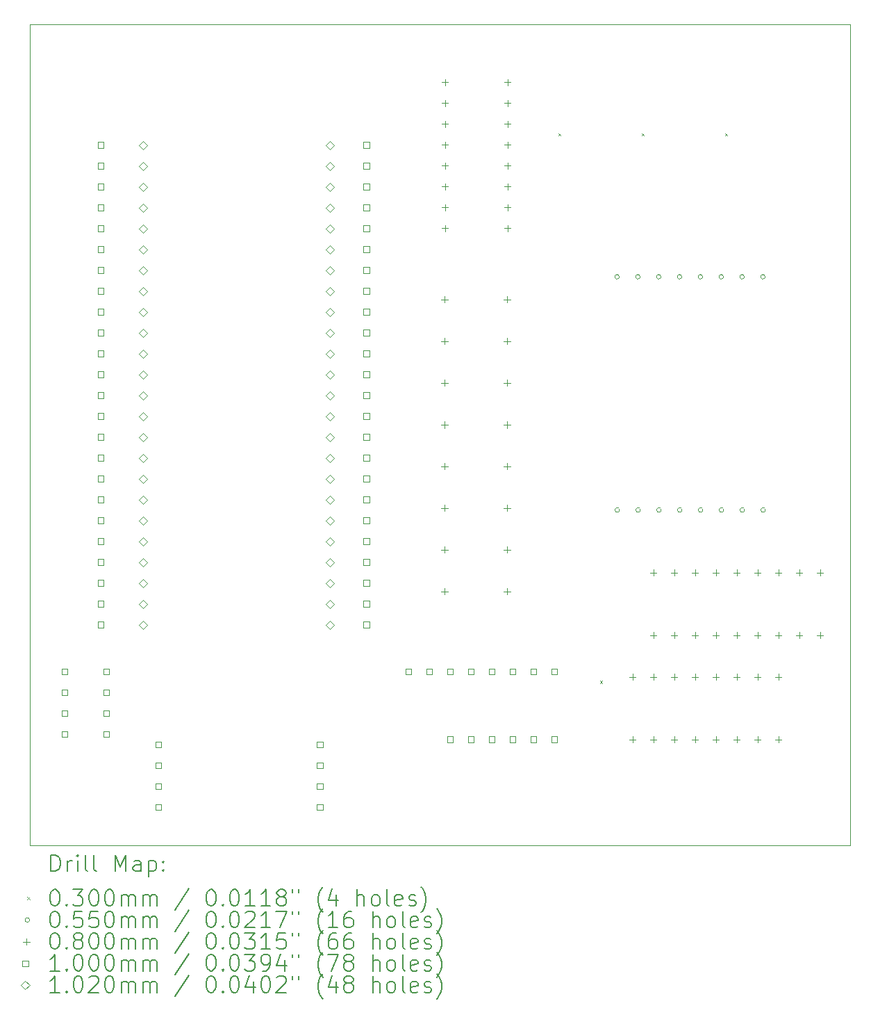
<source format=gbr>
%TF.GenerationSoftware,KiCad,Pcbnew,8.0.2*%
%TF.CreationDate,2024-08-26T11:56:40+09:00*%
%TF.ProjectId,FPGA_Board_v1,46504741-5f42-46f6-9172-645f76312e6b,rev?*%
%TF.SameCoordinates,Original*%
%TF.FileFunction,Drillmap*%
%TF.FilePolarity,Positive*%
%FSLAX45Y45*%
G04 Gerber Fmt 4.5, Leading zero omitted, Abs format (unit mm)*
G04 Created by KiCad (PCBNEW 8.0.2) date 2024-08-26 11:56:40*
%MOMM*%
%LPD*%
G01*
G04 APERTURE LIST*
%ADD10C,0.050000*%
%ADD11C,0.200000*%
%ADD12C,0.100000*%
%ADD13C,0.102000*%
G04 APERTURE END LIST*
D10*
X10179000Y-3739500D02*
X20179000Y-3739500D01*
X20179000Y-13739500D01*
X10179000Y-13739500D01*
X10179000Y-3739500D01*
D11*
D12*
X16622000Y-5065000D02*
X16652000Y-5095000D01*
X16652000Y-5065000D02*
X16622000Y-5095000D01*
X17130000Y-11732500D02*
X17160000Y-11762500D01*
X17160000Y-11732500D02*
X17130000Y-11762500D01*
X17638000Y-5065000D02*
X17668000Y-5095000D01*
X17668000Y-5065000D02*
X17638000Y-5095000D01*
X18654000Y-5065000D02*
X18684000Y-5095000D01*
X18684000Y-5065000D02*
X18654000Y-5095000D01*
X17365500Y-6812000D02*
G75*
G02*
X17310500Y-6812000I-27500J0D01*
G01*
X17310500Y-6812000D02*
G75*
G02*
X17365500Y-6812000I27500J0D01*
G01*
X17367500Y-9652000D02*
G75*
G02*
X17312500Y-9652000I-27500J0D01*
G01*
X17312500Y-9652000D02*
G75*
G02*
X17367500Y-9652000I27500J0D01*
G01*
X17619500Y-6812000D02*
G75*
G02*
X17564500Y-6812000I-27500J0D01*
G01*
X17564500Y-6812000D02*
G75*
G02*
X17619500Y-6812000I27500J0D01*
G01*
X17621500Y-9652000D02*
G75*
G02*
X17566500Y-9652000I-27500J0D01*
G01*
X17566500Y-9652000D02*
G75*
G02*
X17621500Y-9652000I27500J0D01*
G01*
X17873500Y-6812000D02*
G75*
G02*
X17818500Y-6812000I-27500J0D01*
G01*
X17818500Y-6812000D02*
G75*
G02*
X17873500Y-6812000I27500J0D01*
G01*
X17875500Y-9652000D02*
G75*
G02*
X17820500Y-9652000I-27500J0D01*
G01*
X17820500Y-9652000D02*
G75*
G02*
X17875500Y-9652000I27500J0D01*
G01*
X18127500Y-6812000D02*
G75*
G02*
X18072500Y-6812000I-27500J0D01*
G01*
X18072500Y-6812000D02*
G75*
G02*
X18127500Y-6812000I27500J0D01*
G01*
X18129500Y-9652000D02*
G75*
G02*
X18074500Y-9652000I-27500J0D01*
G01*
X18074500Y-9652000D02*
G75*
G02*
X18129500Y-9652000I27500J0D01*
G01*
X18381500Y-6812000D02*
G75*
G02*
X18326500Y-6812000I-27500J0D01*
G01*
X18326500Y-6812000D02*
G75*
G02*
X18381500Y-6812000I27500J0D01*
G01*
X18383500Y-9652000D02*
G75*
G02*
X18328500Y-9652000I-27500J0D01*
G01*
X18328500Y-9652000D02*
G75*
G02*
X18383500Y-9652000I27500J0D01*
G01*
X18635500Y-6812000D02*
G75*
G02*
X18580500Y-6812000I-27500J0D01*
G01*
X18580500Y-6812000D02*
G75*
G02*
X18635500Y-6812000I27500J0D01*
G01*
X18637500Y-9652000D02*
G75*
G02*
X18582500Y-9652000I-27500J0D01*
G01*
X18582500Y-9652000D02*
G75*
G02*
X18637500Y-9652000I27500J0D01*
G01*
X18889500Y-6812000D02*
G75*
G02*
X18834500Y-6812000I-27500J0D01*
G01*
X18834500Y-6812000D02*
G75*
G02*
X18889500Y-6812000I27500J0D01*
G01*
X18891500Y-9652000D02*
G75*
G02*
X18836500Y-9652000I-27500J0D01*
G01*
X18836500Y-9652000D02*
G75*
G02*
X18891500Y-9652000I27500J0D01*
G01*
X19143500Y-6812000D02*
G75*
G02*
X19088500Y-6812000I-27500J0D01*
G01*
X19088500Y-6812000D02*
G75*
G02*
X19143500Y-6812000I27500J0D01*
G01*
X19145500Y-9652000D02*
G75*
G02*
X19090500Y-9652000I-27500J0D01*
G01*
X19090500Y-9652000D02*
G75*
G02*
X19145500Y-9652000I27500J0D01*
G01*
X15236000Y-7048000D02*
X15236000Y-7128000D01*
X15196000Y-7088000D02*
X15276000Y-7088000D01*
X15236000Y-7556000D02*
X15236000Y-7636000D01*
X15196000Y-7596000D02*
X15276000Y-7596000D01*
X15236000Y-8064000D02*
X15236000Y-8144000D01*
X15196000Y-8104000D02*
X15276000Y-8104000D01*
X15236000Y-8573000D02*
X15236000Y-8653000D01*
X15196000Y-8613000D02*
X15276000Y-8613000D01*
X15236000Y-9080000D02*
X15236000Y-9160000D01*
X15196000Y-9120000D02*
X15276000Y-9120000D01*
X15236000Y-9588000D02*
X15236000Y-9668000D01*
X15196000Y-9628000D02*
X15276000Y-9628000D01*
X15236000Y-10096000D02*
X15236000Y-10176000D01*
X15196000Y-10136000D02*
X15276000Y-10136000D01*
X15236000Y-10604000D02*
X15236000Y-10684000D01*
X15196000Y-10644000D02*
X15276000Y-10644000D01*
X15240000Y-4404000D02*
X15240000Y-4484000D01*
X15200000Y-4444000D02*
X15280000Y-4444000D01*
X15240000Y-4658000D02*
X15240000Y-4738000D01*
X15200000Y-4698000D02*
X15280000Y-4698000D01*
X15240000Y-4912000D02*
X15240000Y-4992000D01*
X15200000Y-4952000D02*
X15280000Y-4952000D01*
X15240000Y-5166000D02*
X15240000Y-5246000D01*
X15200000Y-5206000D02*
X15280000Y-5206000D01*
X15240000Y-5420000D02*
X15240000Y-5500000D01*
X15200000Y-5460000D02*
X15280000Y-5460000D01*
X15240000Y-5674000D02*
X15240000Y-5754000D01*
X15200000Y-5714000D02*
X15280000Y-5714000D01*
X15240000Y-5928000D02*
X15240000Y-6008000D01*
X15200000Y-5968000D02*
X15280000Y-5968000D01*
X15240000Y-6182000D02*
X15240000Y-6262000D01*
X15200000Y-6222000D02*
X15280000Y-6222000D01*
X15998000Y-7048000D02*
X15998000Y-7128000D01*
X15958000Y-7088000D02*
X16038000Y-7088000D01*
X15998000Y-7556000D02*
X15998000Y-7636000D01*
X15958000Y-7596000D02*
X16038000Y-7596000D01*
X15998000Y-8064000D02*
X15998000Y-8144000D01*
X15958000Y-8104000D02*
X16038000Y-8104000D01*
X15998000Y-8573000D02*
X15998000Y-8653000D01*
X15958000Y-8613000D02*
X16038000Y-8613000D01*
X15998000Y-9080000D02*
X15998000Y-9160000D01*
X15958000Y-9120000D02*
X16038000Y-9120000D01*
X15998000Y-9588000D02*
X15998000Y-9668000D01*
X15958000Y-9628000D02*
X16038000Y-9628000D01*
X15998000Y-10096000D02*
X15998000Y-10176000D01*
X15958000Y-10136000D02*
X16038000Y-10136000D01*
X15998000Y-10604000D02*
X15998000Y-10684000D01*
X15958000Y-10644000D02*
X16038000Y-10644000D01*
X16002000Y-4404000D02*
X16002000Y-4484000D01*
X15962000Y-4444000D02*
X16042000Y-4444000D01*
X16002000Y-4658000D02*
X16002000Y-4738000D01*
X15962000Y-4698000D02*
X16042000Y-4698000D01*
X16002000Y-4912000D02*
X16002000Y-4992000D01*
X15962000Y-4952000D02*
X16042000Y-4952000D01*
X16002000Y-5166000D02*
X16002000Y-5246000D01*
X15962000Y-5206000D02*
X16042000Y-5206000D01*
X16002000Y-5420000D02*
X16002000Y-5500000D01*
X15962000Y-5460000D02*
X16042000Y-5460000D01*
X16002000Y-5674000D02*
X16002000Y-5754000D01*
X15962000Y-5714000D02*
X16042000Y-5714000D01*
X16002000Y-5928000D02*
X16002000Y-6008000D01*
X15962000Y-5968000D02*
X16042000Y-5968000D01*
X16002000Y-6182000D02*
X16002000Y-6262000D01*
X15962000Y-6222000D02*
X16042000Y-6222000D01*
X17526000Y-11644000D02*
X17526000Y-11724000D01*
X17486000Y-11684000D02*
X17566000Y-11684000D01*
X17526000Y-12406000D02*
X17526000Y-12486000D01*
X17486000Y-12446000D02*
X17566000Y-12446000D01*
X17780000Y-11644000D02*
X17780000Y-11724000D01*
X17740000Y-11684000D02*
X17820000Y-11684000D01*
X17780000Y-12406000D02*
X17780000Y-12486000D01*
X17740000Y-12446000D02*
X17820000Y-12446000D01*
X17781000Y-10374000D02*
X17781000Y-10454000D01*
X17741000Y-10414000D02*
X17821000Y-10414000D01*
X17781000Y-11136000D02*
X17781000Y-11216000D01*
X17741000Y-11176000D02*
X17821000Y-11176000D01*
X18034000Y-11644000D02*
X18034000Y-11724000D01*
X17994000Y-11684000D02*
X18074000Y-11684000D01*
X18034000Y-12406000D02*
X18034000Y-12486000D01*
X17994000Y-12446000D02*
X18074000Y-12446000D01*
X18035000Y-10374000D02*
X18035000Y-10454000D01*
X17995000Y-10414000D02*
X18075000Y-10414000D01*
X18035000Y-11136000D02*
X18035000Y-11216000D01*
X17995000Y-11176000D02*
X18075000Y-11176000D01*
X18288000Y-11644000D02*
X18288000Y-11724000D01*
X18248000Y-11684000D02*
X18328000Y-11684000D01*
X18288000Y-12406000D02*
X18288000Y-12486000D01*
X18248000Y-12446000D02*
X18328000Y-12446000D01*
X18289000Y-10374000D02*
X18289000Y-10454000D01*
X18249000Y-10414000D02*
X18329000Y-10414000D01*
X18289000Y-11136000D02*
X18289000Y-11216000D01*
X18249000Y-11176000D02*
X18329000Y-11176000D01*
X18542000Y-11644000D02*
X18542000Y-11724000D01*
X18502000Y-11684000D02*
X18582000Y-11684000D01*
X18542000Y-12406000D02*
X18542000Y-12486000D01*
X18502000Y-12446000D02*
X18582000Y-12446000D01*
X18543000Y-10374000D02*
X18543000Y-10454000D01*
X18503000Y-10414000D02*
X18583000Y-10414000D01*
X18543000Y-11136000D02*
X18543000Y-11216000D01*
X18503000Y-11176000D02*
X18583000Y-11176000D01*
X18796000Y-11644000D02*
X18796000Y-11724000D01*
X18756000Y-11684000D02*
X18836000Y-11684000D01*
X18796000Y-12406000D02*
X18796000Y-12486000D01*
X18756000Y-12446000D02*
X18836000Y-12446000D01*
X18797000Y-10374000D02*
X18797000Y-10454000D01*
X18757000Y-10414000D02*
X18837000Y-10414000D01*
X18797000Y-11136000D02*
X18797000Y-11216000D01*
X18757000Y-11176000D02*
X18837000Y-11176000D01*
X19050000Y-11644000D02*
X19050000Y-11724000D01*
X19010000Y-11684000D02*
X19090000Y-11684000D01*
X19050000Y-12406000D02*
X19050000Y-12486000D01*
X19010000Y-12446000D02*
X19090000Y-12446000D01*
X19051000Y-10374000D02*
X19051000Y-10454000D01*
X19011000Y-10414000D02*
X19091000Y-10414000D01*
X19051000Y-11136000D02*
X19051000Y-11216000D01*
X19011000Y-11176000D02*
X19091000Y-11176000D01*
X19304000Y-11644000D02*
X19304000Y-11724000D01*
X19264000Y-11684000D02*
X19344000Y-11684000D01*
X19304000Y-12406000D02*
X19304000Y-12486000D01*
X19264000Y-12446000D02*
X19344000Y-12446000D01*
X19305000Y-10374000D02*
X19305000Y-10454000D01*
X19265000Y-10414000D02*
X19345000Y-10414000D01*
X19305000Y-11136000D02*
X19305000Y-11216000D01*
X19265000Y-11176000D02*
X19345000Y-11176000D01*
X19559000Y-10374000D02*
X19559000Y-10454000D01*
X19519000Y-10414000D02*
X19599000Y-10414000D01*
X19559000Y-11136000D02*
X19559000Y-11216000D01*
X19519000Y-11176000D02*
X19599000Y-11176000D01*
X19813000Y-10374000D02*
X19813000Y-10454000D01*
X19773000Y-10414000D02*
X19853000Y-10414000D01*
X19813000Y-11136000D02*
X19813000Y-11216000D01*
X19773000Y-11176000D02*
X19853000Y-11176000D01*
X10639856Y-11655856D02*
X10639856Y-11585144D01*
X10569144Y-11585144D01*
X10569144Y-11655856D01*
X10639856Y-11655856D01*
X10639856Y-11909856D02*
X10639856Y-11839144D01*
X10569144Y-11839144D01*
X10569144Y-11909856D01*
X10639856Y-11909856D01*
X10639856Y-12163856D02*
X10639856Y-12093144D01*
X10569144Y-12093144D01*
X10569144Y-12163856D01*
X10639856Y-12163856D01*
X10639856Y-12417856D02*
X10639856Y-12347144D01*
X10569144Y-12347144D01*
X10569144Y-12417856D01*
X10639856Y-12417856D01*
X11080356Y-5242356D02*
X11080356Y-5171644D01*
X11009644Y-5171644D01*
X11009644Y-5242356D01*
X11080356Y-5242356D01*
X11080356Y-5496356D02*
X11080356Y-5425644D01*
X11009644Y-5425644D01*
X11009644Y-5496356D01*
X11080356Y-5496356D01*
X11080356Y-5750356D02*
X11080356Y-5679644D01*
X11009644Y-5679644D01*
X11009644Y-5750356D01*
X11080356Y-5750356D01*
X11080356Y-6004356D02*
X11080356Y-5933644D01*
X11009644Y-5933644D01*
X11009644Y-6004356D01*
X11080356Y-6004356D01*
X11080356Y-6258356D02*
X11080356Y-6187644D01*
X11009644Y-6187644D01*
X11009644Y-6258356D01*
X11080356Y-6258356D01*
X11080356Y-6512356D02*
X11080356Y-6441644D01*
X11009644Y-6441644D01*
X11009644Y-6512356D01*
X11080356Y-6512356D01*
X11080356Y-6766356D02*
X11080356Y-6695644D01*
X11009644Y-6695644D01*
X11009644Y-6766356D01*
X11080356Y-6766356D01*
X11080356Y-7020356D02*
X11080356Y-6949644D01*
X11009644Y-6949644D01*
X11009644Y-7020356D01*
X11080356Y-7020356D01*
X11080356Y-7274356D02*
X11080356Y-7203644D01*
X11009644Y-7203644D01*
X11009644Y-7274356D01*
X11080356Y-7274356D01*
X11080356Y-7528356D02*
X11080356Y-7457644D01*
X11009644Y-7457644D01*
X11009644Y-7528356D01*
X11080356Y-7528356D01*
X11080356Y-7782356D02*
X11080356Y-7711644D01*
X11009644Y-7711644D01*
X11009644Y-7782356D01*
X11080356Y-7782356D01*
X11080356Y-8036356D02*
X11080356Y-7965644D01*
X11009644Y-7965644D01*
X11009644Y-8036356D01*
X11080356Y-8036356D01*
X11080356Y-8290356D02*
X11080356Y-8219644D01*
X11009644Y-8219644D01*
X11009644Y-8290356D01*
X11080356Y-8290356D01*
X11080356Y-8544356D02*
X11080356Y-8473644D01*
X11009644Y-8473644D01*
X11009644Y-8544356D01*
X11080356Y-8544356D01*
X11080356Y-8798356D02*
X11080356Y-8727644D01*
X11009644Y-8727644D01*
X11009644Y-8798356D01*
X11080356Y-8798356D01*
X11080356Y-9052356D02*
X11080356Y-8981644D01*
X11009644Y-8981644D01*
X11009644Y-9052356D01*
X11080356Y-9052356D01*
X11080356Y-9306356D02*
X11080356Y-9235644D01*
X11009644Y-9235644D01*
X11009644Y-9306356D01*
X11080356Y-9306356D01*
X11080356Y-9560356D02*
X11080356Y-9489644D01*
X11009644Y-9489644D01*
X11009644Y-9560356D01*
X11080356Y-9560356D01*
X11080356Y-9814356D02*
X11080356Y-9743644D01*
X11009644Y-9743644D01*
X11009644Y-9814356D01*
X11080356Y-9814356D01*
X11080356Y-10068356D02*
X11080356Y-9997644D01*
X11009644Y-9997644D01*
X11009644Y-10068356D01*
X11080356Y-10068356D01*
X11080356Y-10322356D02*
X11080356Y-10251644D01*
X11009644Y-10251644D01*
X11009644Y-10322356D01*
X11080356Y-10322356D01*
X11080356Y-10576356D02*
X11080356Y-10505644D01*
X11009644Y-10505644D01*
X11009644Y-10576356D01*
X11080356Y-10576356D01*
X11080356Y-10830356D02*
X11080356Y-10759644D01*
X11009644Y-10759644D01*
X11009644Y-10830356D01*
X11080356Y-10830356D01*
X11080356Y-11084356D02*
X11080356Y-11013644D01*
X11009644Y-11013644D01*
X11009644Y-11084356D01*
X11080356Y-11084356D01*
X11147856Y-11655856D02*
X11147856Y-11585144D01*
X11077144Y-11585144D01*
X11077144Y-11655856D01*
X11147856Y-11655856D01*
X11147856Y-11909856D02*
X11147856Y-11839144D01*
X11077144Y-11839144D01*
X11077144Y-11909856D01*
X11147856Y-11909856D01*
X11147856Y-12163856D02*
X11147856Y-12093144D01*
X11077144Y-12093144D01*
X11077144Y-12163856D01*
X11147856Y-12163856D01*
X11147856Y-12417856D02*
X11147856Y-12347144D01*
X11077144Y-12347144D01*
X11077144Y-12417856D01*
X11147856Y-12417856D01*
X11782856Y-12544856D02*
X11782856Y-12474144D01*
X11712144Y-12474144D01*
X11712144Y-12544856D01*
X11782856Y-12544856D01*
X11782856Y-12798856D02*
X11782856Y-12728144D01*
X11712144Y-12728144D01*
X11712144Y-12798856D01*
X11782856Y-12798856D01*
X11782856Y-13052856D02*
X11782856Y-12982144D01*
X11712144Y-12982144D01*
X11712144Y-13052856D01*
X11782856Y-13052856D01*
X11782856Y-13306856D02*
X11782856Y-13236144D01*
X11712144Y-13236144D01*
X11712144Y-13306856D01*
X11782856Y-13306856D01*
X13751356Y-12544856D02*
X13751356Y-12474144D01*
X13680644Y-12474144D01*
X13680644Y-12544856D01*
X13751356Y-12544856D01*
X13751356Y-12798856D02*
X13751356Y-12728144D01*
X13680644Y-12728144D01*
X13680644Y-12798856D01*
X13751356Y-12798856D01*
X13751356Y-13052856D02*
X13751356Y-12982144D01*
X13680644Y-12982144D01*
X13680644Y-13052856D01*
X13751356Y-13052856D01*
X13751356Y-13306856D02*
X13751356Y-13236144D01*
X13680644Y-13236144D01*
X13680644Y-13306856D01*
X13751356Y-13306856D01*
X14316856Y-5242356D02*
X14316856Y-5171644D01*
X14246144Y-5171644D01*
X14246144Y-5242356D01*
X14316856Y-5242356D01*
X14316856Y-5496356D02*
X14316856Y-5425644D01*
X14246144Y-5425644D01*
X14246144Y-5496356D01*
X14316856Y-5496356D01*
X14316856Y-5750356D02*
X14316856Y-5679644D01*
X14246144Y-5679644D01*
X14246144Y-5750356D01*
X14316856Y-5750356D01*
X14316856Y-6004356D02*
X14316856Y-5933644D01*
X14246144Y-5933644D01*
X14246144Y-6004356D01*
X14316856Y-6004356D01*
X14316856Y-6258356D02*
X14316856Y-6187644D01*
X14246144Y-6187644D01*
X14246144Y-6258356D01*
X14316856Y-6258356D01*
X14316856Y-6512356D02*
X14316856Y-6441644D01*
X14246144Y-6441644D01*
X14246144Y-6512356D01*
X14316856Y-6512356D01*
X14316856Y-6766356D02*
X14316856Y-6695644D01*
X14246144Y-6695644D01*
X14246144Y-6766356D01*
X14316856Y-6766356D01*
X14316856Y-7020356D02*
X14316856Y-6949644D01*
X14246144Y-6949644D01*
X14246144Y-7020356D01*
X14316856Y-7020356D01*
X14316856Y-7274356D02*
X14316856Y-7203644D01*
X14246144Y-7203644D01*
X14246144Y-7274356D01*
X14316856Y-7274356D01*
X14316856Y-7528356D02*
X14316856Y-7457644D01*
X14246144Y-7457644D01*
X14246144Y-7528356D01*
X14316856Y-7528356D01*
X14316856Y-7782356D02*
X14316856Y-7711644D01*
X14246144Y-7711644D01*
X14246144Y-7782356D01*
X14316856Y-7782356D01*
X14316856Y-8036356D02*
X14316856Y-7965644D01*
X14246144Y-7965644D01*
X14246144Y-8036356D01*
X14316856Y-8036356D01*
X14316856Y-8290356D02*
X14316856Y-8219644D01*
X14246144Y-8219644D01*
X14246144Y-8290356D01*
X14316856Y-8290356D01*
X14316856Y-8544356D02*
X14316856Y-8473644D01*
X14246144Y-8473644D01*
X14246144Y-8544356D01*
X14316856Y-8544356D01*
X14316856Y-8798356D02*
X14316856Y-8727644D01*
X14246144Y-8727644D01*
X14246144Y-8798356D01*
X14316856Y-8798356D01*
X14316856Y-9052356D02*
X14316856Y-8981644D01*
X14246144Y-8981644D01*
X14246144Y-9052356D01*
X14316856Y-9052356D01*
X14316856Y-9306356D02*
X14316856Y-9235644D01*
X14246144Y-9235644D01*
X14246144Y-9306356D01*
X14316856Y-9306356D01*
X14316856Y-9560356D02*
X14316856Y-9489644D01*
X14246144Y-9489644D01*
X14246144Y-9560356D01*
X14316856Y-9560356D01*
X14316856Y-9814356D02*
X14316856Y-9743644D01*
X14246144Y-9743644D01*
X14246144Y-9814356D01*
X14316856Y-9814356D01*
X14316856Y-10068356D02*
X14316856Y-9997644D01*
X14246144Y-9997644D01*
X14246144Y-10068356D01*
X14316856Y-10068356D01*
X14316856Y-10322356D02*
X14316856Y-10251644D01*
X14246144Y-10251644D01*
X14246144Y-10322356D01*
X14316856Y-10322356D01*
X14316856Y-10576356D02*
X14316856Y-10505644D01*
X14246144Y-10505644D01*
X14246144Y-10576356D01*
X14316856Y-10576356D01*
X14316856Y-10830356D02*
X14316856Y-10759644D01*
X14246144Y-10759644D01*
X14246144Y-10830356D01*
X14316856Y-10830356D01*
X14316856Y-11084356D02*
X14316856Y-11013644D01*
X14246144Y-11013644D01*
X14246144Y-11084356D01*
X14316856Y-11084356D01*
X14832356Y-11655856D02*
X14832356Y-11585144D01*
X14761644Y-11585144D01*
X14761644Y-11655856D01*
X14832356Y-11655856D01*
X15086356Y-11655856D02*
X15086356Y-11585144D01*
X15015644Y-11585144D01*
X15015644Y-11655856D01*
X15086356Y-11655856D01*
X15338856Y-12481356D02*
X15338856Y-12410644D01*
X15268144Y-12410644D01*
X15268144Y-12481356D01*
X15338856Y-12481356D01*
X15340356Y-11655856D02*
X15340356Y-11585144D01*
X15269644Y-11585144D01*
X15269644Y-11655856D01*
X15340356Y-11655856D01*
X15592856Y-12481356D02*
X15592856Y-12410644D01*
X15522144Y-12410644D01*
X15522144Y-12481356D01*
X15592856Y-12481356D01*
X15594356Y-11655856D02*
X15594356Y-11585144D01*
X15523644Y-11585144D01*
X15523644Y-11655856D01*
X15594356Y-11655856D01*
X15846856Y-12481356D02*
X15846856Y-12410644D01*
X15776144Y-12410644D01*
X15776144Y-12481356D01*
X15846856Y-12481356D01*
X15848356Y-11655856D02*
X15848356Y-11585144D01*
X15777644Y-11585144D01*
X15777644Y-11655856D01*
X15848356Y-11655856D01*
X16100856Y-12481356D02*
X16100856Y-12410644D01*
X16030144Y-12410644D01*
X16030144Y-12481356D01*
X16100856Y-12481356D01*
X16102356Y-11655856D02*
X16102356Y-11585144D01*
X16031644Y-11585144D01*
X16031644Y-11655856D01*
X16102356Y-11655856D01*
X16354856Y-12481356D02*
X16354856Y-12410644D01*
X16284144Y-12410644D01*
X16284144Y-12481356D01*
X16354856Y-12481356D01*
X16356356Y-11655856D02*
X16356356Y-11585144D01*
X16285644Y-11585144D01*
X16285644Y-11655856D01*
X16356356Y-11655856D01*
X16608856Y-12481356D02*
X16608856Y-12410644D01*
X16538144Y-12410644D01*
X16538144Y-12481356D01*
X16608856Y-12481356D01*
X16610356Y-11655856D02*
X16610356Y-11585144D01*
X16539644Y-11585144D01*
X16539644Y-11655856D01*
X16610356Y-11655856D01*
D13*
X11557000Y-5258000D02*
X11608000Y-5207000D01*
X11557000Y-5156000D01*
X11506000Y-5207000D01*
X11557000Y-5258000D01*
X11557000Y-5512000D02*
X11608000Y-5461000D01*
X11557000Y-5410000D01*
X11506000Y-5461000D01*
X11557000Y-5512000D01*
X11557000Y-5766000D02*
X11608000Y-5715000D01*
X11557000Y-5664000D01*
X11506000Y-5715000D01*
X11557000Y-5766000D01*
X11557000Y-6020000D02*
X11608000Y-5969000D01*
X11557000Y-5918000D01*
X11506000Y-5969000D01*
X11557000Y-6020000D01*
X11557000Y-6274000D02*
X11608000Y-6223000D01*
X11557000Y-6172000D01*
X11506000Y-6223000D01*
X11557000Y-6274000D01*
X11557000Y-6528000D02*
X11608000Y-6477000D01*
X11557000Y-6426000D01*
X11506000Y-6477000D01*
X11557000Y-6528000D01*
X11557000Y-6782000D02*
X11608000Y-6731000D01*
X11557000Y-6680000D01*
X11506000Y-6731000D01*
X11557000Y-6782000D01*
X11557000Y-7036000D02*
X11608000Y-6985000D01*
X11557000Y-6934000D01*
X11506000Y-6985000D01*
X11557000Y-7036000D01*
X11557000Y-7290000D02*
X11608000Y-7239000D01*
X11557000Y-7188000D01*
X11506000Y-7239000D01*
X11557000Y-7290000D01*
X11557000Y-7544000D02*
X11608000Y-7493000D01*
X11557000Y-7442000D01*
X11506000Y-7493000D01*
X11557000Y-7544000D01*
X11557000Y-7798000D02*
X11608000Y-7747000D01*
X11557000Y-7696000D01*
X11506000Y-7747000D01*
X11557000Y-7798000D01*
X11557000Y-8052000D02*
X11608000Y-8001000D01*
X11557000Y-7950000D01*
X11506000Y-8001000D01*
X11557000Y-8052000D01*
X11557000Y-8306000D02*
X11608000Y-8255000D01*
X11557000Y-8204000D01*
X11506000Y-8255000D01*
X11557000Y-8306000D01*
X11557000Y-8560000D02*
X11608000Y-8509000D01*
X11557000Y-8458000D01*
X11506000Y-8509000D01*
X11557000Y-8560000D01*
X11557000Y-8814000D02*
X11608000Y-8763000D01*
X11557000Y-8712000D01*
X11506000Y-8763000D01*
X11557000Y-8814000D01*
X11557000Y-9068000D02*
X11608000Y-9017000D01*
X11557000Y-8966000D01*
X11506000Y-9017000D01*
X11557000Y-9068000D01*
X11557000Y-9322000D02*
X11608000Y-9271000D01*
X11557000Y-9220000D01*
X11506000Y-9271000D01*
X11557000Y-9322000D01*
X11557000Y-9576000D02*
X11608000Y-9525000D01*
X11557000Y-9474000D01*
X11506000Y-9525000D01*
X11557000Y-9576000D01*
X11557000Y-9830000D02*
X11608000Y-9779000D01*
X11557000Y-9728000D01*
X11506000Y-9779000D01*
X11557000Y-9830000D01*
X11557000Y-10084000D02*
X11608000Y-10033000D01*
X11557000Y-9982000D01*
X11506000Y-10033000D01*
X11557000Y-10084000D01*
X11557000Y-10338000D02*
X11608000Y-10287000D01*
X11557000Y-10236000D01*
X11506000Y-10287000D01*
X11557000Y-10338000D01*
X11557000Y-10592000D02*
X11608000Y-10541000D01*
X11557000Y-10490000D01*
X11506000Y-10541000D01*
X11557000Y-10592000D01*
X11557000Y-10846000D02*
X11608000Y-10795000D01*
X11557000Y-10744000D01*
X11506000Y-10795000D01*
X11557000Y-10846000D01*
X11557000Y-11100000D02*
X11608000Y-11049000D01*
X11557000Y-10998000D01*
X11506000Y-11049000D01*
X11557000Y-11100000D01*
X13839000Y-5258000D02*
X13890000Y-5207000D01*
X13839000Y-5156000D01*
X13788000Y-5207000D01*
X13839000Y-5258000D01*
X13839000Y-5512000D02*
X13890000Y-5461000D01*
X13839000Y-5410000D01*
X13788000Y-5461000D01*
X13839000Y-5512000D01*
X13839000Y-5766000D02*
X13890000Y-5715000D01*
X13839000Y-5664000D01*
X13788000Y-5715000D01*
X13839000Y-5766000D01*
X13839000Y-6020000D02*
X13890000Y-5969000D01*
X13839000Y-5918000D01*
X13788000Y-5969000D01*
X13839000Y-6020000D01*
X13839000Y-6274000D02*
X13890000Y-6223000D01*
X13839000Y-6172000D01*
X13788000Y-6223000D01*
X13839000Y-6274000D01*
X13839000Y-6528000D02*
X13890000Y-6477000D01*
X13839000Y-6426000D01*
X13788000Y-6477000D01*
X13839000Y-6528000D01*
X13839000Y-6782000D02*
X13890000Y-6731000D01*
X13839000Y-6680000D01*
X13788000Y-6731000D01*
X13839000Y-6782000D01*
X13839000Y-7036000D02*
X13890000Y-6985000D01*
X13839000Y-6934000D01*
X13788000Y-6985000D01*
X13839000Y-7036000D01*
X13839000Y-7290000D02*
X13890000Y-7239000D01*
X13839000Y-7188000D01*
X13788000Y-7239000D01*
X13839000Y-7290000D01*
X13839000Y-7544000D02*
X13890000Y-7493000D01*
X13839000Y-7442000D01*
X13788000Y-7493000D01*
X13839000Y-7544000D01*
X13839000Y-7798000D02*
X13890000Y-7747000D01*
X13839000Y-7696000D01*
X13788000Y-7747000D01*
X13839000Y-7798000D01*
X13839000Y-8052000D02*
X13890000Y-8001000D01*
X13839000Y-7950000D01*
X13788000Y-8001000D01*
X13839000Y-8052000D01*
X13839000Y-8306000D02*
X13890000Y-8255000D01*
X13839000Y-8204000D01*
X13788000Y-8255000D01*
X13839000Y-8306000D01*
X13839000Y-8560000D02*
X13890000Y-8509000D01*
X13839000Y-8458000D01*
X13788000Y-8509000D01*
X13839000Y-8560000D01*
X13839000Y-8814000D02*
X13890000Y-8763000D01*
X13839000Y-8712000D01*
X13788000Y-8763000D01*
X13839000Y-8814000D01*
X13839000Y-9068000D02*
X13890000Y-9017000D01*
X13839000Y-8966000D01*
X13788000Y-9017000D01*
X13839000Y-9068000D01*
X13839000Y-9322000D02*
X13890000Y-9271000D01*
X13839000Y-9220000D01*
X13788000Y-9271000D01*
X13839000Y-9322000D01*
X13839000Y-9576000D02*
X13890000Y-9525000D01*
X13839000Y-9474000D01*
X13788000Y-9525000D01*
X13839000Y-9576000D01*
X13839000Y-9830000D02*
X13890000Y-9779000D01*
X13839000Y-9728000D01*
X13788000Y-9779000D01*
X13839000Y-9830000D01*
X13839000Y-10084000D02*
X13890000Y-10033000D01*
X13839000Y-9982000D01*
X13788000Y-10033000D01*
X13839000Y-10084000D01*
X13839000Y-10338000D02*
X13890000Y-10287000D01*
X13839000Y-10236000D01*
X13788000Y-10287000D01*
X13839000Y-10338000D01*
X13839000Y-10592000D02*
X13890000Y-10541000D01*
X13839000Y-10490000D01*
X13788000Y-10541000D01*
X13839000Y-10592000D01*
X13839000Y-10846000D02*
X13890000Y-10795000D01*
X13839000Y-10744000D01*
X13788000Y-10795000D01*
X13839000Y-10846000D01*
X13839000Y-11100000D02*
X13890000Y-11049000D01*
X13839000Y-10998000D01*
X13788000Y-11049000D01*
X13839000Y-11100000D01*
D11*
X10437277Y-14053484D02*
X10437277Y-13853484D01*
X10437277Y-13853484D02*
X10484896Y-13853484D01*
X10484896Y-13853484D02*
X10513467Y-13863008D01*
X10513467Y-13863008D02*
X10532515Y-13882055D01*
X10532515Y-13882055D02*
X10542039Y-13901103D01*
X10542039Y-13901103D02*
X10551563Y-13939198D01*
X10551563Y-13939198D02*
X10551563Y-13967769D01*
X10551563Y-13967769D02*
X10542039Y-14005865D01*
X10542039Y-14005865D02*
X10532515Y-14024912D01*
X10532515Y-14024912D02*
X10513467Y-14043960D01*
X10513467Y-14043960D02*
X10484896Y-14053484D01*
X10484896Y-14053484D02*
X10437277Y-14053484D01*
X10637277Y-14053484D02*
X10637277Y-13920150D01*
X10637277Y-13958246D02*
X10646801Y-13939198D01*
X10646801Y-13939198D02*
X10656324Y-13929674D01*
X10656324Y-13929674D02*
X10675372Y-13920150D01*
X10675372Y-13920150D02*
X10694420Y-13920150D01*
X10761086Y-14053484D02*
X10761086Y-13920150D01*
X10761086Y-13853484D02*
X10751563Y-13863008D01*
X10751563Y-13863008D02*
X10761086Y-13872531D01*
X10761086Y-13872531D02*
X10770610Y-13863008D01*
X10770610Y-13863008D02*
X10761086Y-13853484D01*
X10761086Y-13853484D02*
X10761086Y-13872531D01*
X10884896Y-14053484D02*
X10865848Y-14043960D01*
X10865848Y-14043960D02*
X10856324Y-14024912D01*
X10856324Y-14024912D02*
X10856324Y-13853484D01*
X10989658Y-14053484D02*
X10970610Y-14043960D01*
X10970610Y-14043960D02*
X10961086Y-14024912D01*
X10961086Y-14024912D02*
X10961086Y-13853484D01*
X11218229Y-14053484D02*
X11218229Y-13853484D01*
X11218229Y-13853484D02*
X11284896Y-13996341D01*
X11284896Y-13996341D02*
X11351562Y-13853484D01*
X11351562Y-13853484D02*
X11351562Y-14053484D01*
X11532515Y-14053484D02*
X11532515Y-13948722D01*
X11532515Y-13948722D02*
X11522991Y-13929674D01*
X11522991Y-13929674D02*
X11503943Y-13920150D01*
X11503943Y-13920150D02*
X11465848Y-13920150D01*
X11465848Y-13920150D02*
X11446801Y-13929674D01*
X11532515Y-14043960D02*
X11513467Y-14053484D01*
X11513467Y-14053484D02*
X11465848Y-14053484D01*
X11465848Y-14053484D02*
X11446801Y-14043960D01*
X11446801Y-14043960D02*
X11437277Y-14024912D01*
X11437277Y-14024912D02*
X11437277Y-14005865D01*
X11437277Y-14005865D02*
X11446801Y-13986817D01*
X11446801Y-13986817D02*
X11465848Y-13977293D01*
X11465848Y-13977293D02*
X11513467Y-13977293D01*
X11513467Y-13977293D02*
X11532515Y-13967769D01*
X11627753Y-13920150D02*
X11627753Y-14120150D01*
X11627753Y-13929674D02*
X11646801Y-13920150D01*
X11646801Y-13920150D02*
X11684896Y-13920150D01*
X11684896Y-13920150D02*
X11703943Y-13929674D01*
X11703943Y-13929674D02*
X11713467Y-13939198D01*
X11713467Y-13939198D02*
X11722991Y-13958246D01*
X11722991Y-13958246D02*
X11722991Y-14015388D01*
X11722991Y-14015388D02*
X11713467Y-14034436D01*
X11713467Y-14034436D02*
X11703943Y-14043960D01*
X11703943Y-14043960D02*
X11684896Y-14053484D01*
X11684896Y-14053484D02*
X11646801Y-14053484D01*
X11646801Y-14053484D02*
X11627753Y-14043960D01*
X11808705Y-14034436D02*
X11818229Y-14043960D01*
X11818229Y-14043960D02*
X11808705Y-14053484D01*
X11808705Y-14053484D02*
X11799182Y-14043960D01*
X11799182Y-14043960D02*
X11808705Y-14034436D01*
X11808705Y-14034436D02*
X11808705Y-14053484D01*
X11808705Y-13929674D02*
X11818229Y-13939198D01*
X11818229Y-13939198D02*
X11808705Y-13948722D01*
X11808705Y-13948722D02*
X11799182Y-13939198D01*
X11799182Y-13939198D02*
X11808705Y-13929674D01*
X11808705Y-13929674D02*
X11808705Y-13948722D01*
D12*
X10146500Y-14367000D02*
X10176500Y-14397000D01*
X10176500Y-14367000D02*
X10146500Y-14397000D01*
D11*
X10475372Y-14273484D02*
X10494420Y-14273484D01*
X10494420Y-14273484D02*
X10513467Y-14283008D01*
X10513467Y-14283008D02*
X10522991Y-14292531D01*
X10522991Y-14292531D02*
X10532515Y-14311579D01*
X10532515Y-14311579D02*
X10542039Y-14349674D01*
X10542039Y-14349674D02*
X10542039Y-14397293D01*
X10542039Y-14397293D02*
X10532515Y-14435388D01*
X10532515Y-14435388D02*
X10522991Y-14454436D01*
X10522991Y-14454436D02*
X10513467Y-14463960D01*
X10513467Y-14463960D02*
X10494420Y-14473484D01*
X10494420Y-14473484D02*
X10475372Y-14473484D01*
X10475372Y-14473484D02*
X10456324Y-14463960D01*
X10456324Y-14463960D02*
X10446801Y-14454436D01*
X10446801Y-14454436D02*
X10437277Y-14435388D01*
X10437277Y-14435388D02*
X10427753Y-14397293D01*
X10427753Y-14397293D02*
X10427753Y-14349674D01*
X10427753Y-14349674D02*
X10437277Y-14311579D01*
X10437277Y-14311579D02*
X10446801Y-14292531D01*
X10446801Y-14292531D02*
X10456324Y-14283008D01*
X10456324Y-14283008D02*
X10475372Y-14273484D01*
X10627753Y-14454436D02*
X10637277Y-14463960D01*
X10637277Y-14463960D02*
X10627753Y-14473484D01*
X10627753Y-14473484D02*
X10618229Y-14463960D01*
X10618229Y-14463960D02*
X10627753Y-14454436D01*
X10627753Y-14454436D02*
X10627753Y-14473484D01*
X10703944Y-14273484D02*
X10827753Y-14273484D01*
X10827753Y-14273484D02*
X10761086Y-14349674D01*
X10761086Y-14349674D02*
X10789658Y-14349674D01*
X10789658Y-14349674D02*
X10808705Y-14359198D01*
X10808705Y-14359198D02*
X10818229Y-14368722D01*
X10818229Y-14368722D02*
X10827753Y-14387769D01*
X10827753Y-14387769D02*
X10827753Y-14435388D01*
X10827753Y-14435388D02*
X10818229Y-14454436D01*
X10818229Y-14454436D02*
X10808705Y-14463960D01*
X10808705Y-14463960D02*
X10789658Y-14473484D01*
X10789658Y-14473484D02*
X10732515Y-14473484D01*
X10732515Y-14473484D02*
X10713467Y-14463960D01*
X10713467Y-14463960D02*
X10703944Y-14454436D01*
X10951563Y-14273484D02*
X10970610Y-14273484D01*
X10970610Y-14273484D02*
X10989658Y-14283008D01*
X10989658Y-14283008D02*
X10999182Y-14292531D01*
X10999182Y-14292531D02*
X11008705Y-14311579D01*
X11008705Y-14311579D02*
X11018229Y-14349674D01*
X11018229Y-14349674D02*
X11018229Y-14397293D01*
X11018229Y-14397293D02*
X11008705Y-14435388D01*
X11008705Y-14435388D02*
X10999182Y-14454436D01*
X10999182Y-14454436D02*
X10989658Y-14463960D01*
X10989658Y-14463960D02*
X10970610Y-14473484D01*
X10970610Y-14473484D02*
X10951563Y-14473484D01*
X10951563Y-14473484D02*
X10932515Y-14463960D01*
X10932515Y-14463960D02*
X10922991Y-14454436D01*
X10922991Y-14454436D02*
X10913467Y-14435388D01*
X10913467Y-14435388D02*
X10903944Y-14397293D01*
X10903944Y-14397293D02*
X10903944Y-14349674D01*
X10903944Y-14349674D02*
X10913467Y-14311579D01*
X10913467Y-14311579D02*
X10922991Y-14292531D01*
X10922991Y-14292531D02*
X10932515Y-14283008D01*
X10932515Y-14283008D02*
X10951563Y-14273484D01*
X11142039Y-14273484D02*
X11161086Y-14273484D01*
X11161086Y-14273484D02*
X11180134Y-14283008D01*
X11180134Y-14283008D02*
X11189658Y-14292531D01*
X11189658Y-14292531D02*
X11199182Y-14311579D01*
X11199182Y-14311579D02*
X11208705Y-14349674D01*
X11208705Y-14349674D02*
X11208705Y-14397293D01*
X11208705Y-14397293D02*
X11199182Y-14435388D01*
X11199182Y-14435388D02*
X11189658Y-14454436D01*
X11189658Y-14454436D02*
X11180134Y-14463960D01*
X11180134Y-14463960D02*
X11161086Y-14473484D01*
X11161086Y-14473484D02*
X11142039Y-14473484D01*
X11142039Y-14473484D02*
X11122991Y-14463960D01*
X11122991Y-14463960D02*
X11113467Y-14454436D01*
X11113467Y-14454436D02*
X11103944Y-14435388D01*
X11103944Y-14435388D02*
X11094420Y-14397293D01*
X11094420Y-14397293D02*
X11094420Y-14349674D01*
X11094420Y-14349674D02*
X11103944Y-14311579D01*
X11103944Y-14311579D02*
X11113467Y-14292531D01*
X11113467Y-14292531D02*
X11122991Y-14283008D01*
X11122991Y-14283008D02*
X11142039Y-14273484D01*
X11294420Y-14473484D02*
X11294420Y-14340150D01*
X11294420Y-14359198D02*
X11303943Y-14349674D01*
X11303943Y-14349674D02*
X11322991Y-14340150D01*
X11322991Y-14340150D02*
X11351563Y-14340150D01*
X11351563Y-14340150D02*
X11370610Y-14349674D01*
X11370610Y-14349674D02*
X11380134Y-14368722D01*
X11380134Y-14368722D02*
X11380134Y-14473484D01*
X11380134Y-14368722D02*
X11389658Y-14349674D01*
X11389658Y-14349674D02*
X11408705Y-14340150D01*
X11408705Y-14340150D02*
X11437277Y-14340150D01*
X11437277Y-14340150D02*
X11456324Y-14349674D01*
X11456324Y-14349674D02*
X11465848Y-14368722D01*
X11465848Y-14368722D02*
X11465848Y-14473484D01*
X11561086Y-14473484D02*
X11561086Y-14340150D01*
X11561086Y-14359198D02*
X11570610Y-14349674D01*
X11570610Y-14349674D02*
X11589658Y-14340150D01*
X11589658Y-14340150D02*
X11618229Y-14340150D01*
X11618229Y-14340150D02*
X11637277Y-14349674D01*
X11637277Y-14349674D02*
X11646801Y-14368722D01*
X11646801Y-14368722D02*
X11646801Y-14473484D01*
X11646801Y-14368722D02*
X11656324Y-14349674D01*
X11656324Y-14349674D02*
X11675372Y-14340150D01*
X11675372Y-14340150D02*
X11703943Y-14340150D01*
X11703943Y-14340150D02*
X11722991Y-14349674D01*
X11722991Y-14349674D02*
X11732515Y-14368722D01*
X11732515Y-14368722D02*
X11732515Y-14473484D01*
X12122991Y-14263960D02*
X11951563Y-14521103D01*
X12380134Y-14273484D02*
X12399182Y-14273484D01*
X12399182Y-14273484D02*
X12418229Y-14283008D01*
X12418229Y-14283008D02*
X12427753Y-14292531D01*
X12427753Y-14292531D02*
X12437277Y-14311579D01*
X12437277Y-14311579D02*
X12446801Y-14349674D01*
X12446801Y-14349674D02*
X12446801Y-14397293D01*
X12446801Y-14397293D02*
X12437277Y-14435388D01*
X12437277Y-14435388D02*
X12427753Y-14454436D01*
X12427753Y-14454436D02*
X12418229Y-14463960D01*
X12418229Y-14463960D02*
X12399182Y-14473484D01*
X12399182Y-14473484D02*
X12380134Y-14473484D01*
X12380134Y-14473484D02*
X12361086Y-14463960D01*
X12361086Y-14463960D02*
X12351563Y-14454436D01*
X12351563Y-14454436D02*
X12342039Y-14435388D01*
X12342039Y-14435388D02*
X12332515Y-14397293D01*
X12332515Y-14397293D02*
X12332515Y-14349674D01*
X12332515Y-14349674D02*
X12342039Y-14311579D01*
X12342039Y-14311579D02*
X12351563Y-14292531D01*
X12351563Y-14292531D02*
X12361086Y-14283008D01*
X12361086Y-14283008D02*
X12380134Y-14273484D01*
X12532515Y-14454436D02*
X12542039Y-14463960D01*
X12542039Y-14463960D02*
X12532515Y-14473484D01*
X12532515Y-14473484D02*
X12522991Y-14463960D01*
X12522991Y-14463960D02*
X12532515Y-14454436D01*
X12532515Y-14454436D02*
X12532515Y-14473484D01*
X12665848Y-14273484D02*
X12684896Y-14273484D01*
X12684896Y-14273484D02*
X12703944Y-14283008D01*
X12703944Y-14283008D02*
X12713467Y-14292531D01*
X12713467Y-14292531D02*
X12722991Y-14311579D01*
X12722991Y-14311579D02*
X12732515Y-14349674D01*
X12732515Y-14349674D02*
X12732515Y-14397293D01*
X12732515Y-14397293D02*
X12722991Y-14435388D01*
X12722991Y-14435388D02*
X12713467Y-14454436D01*
X12713467Y-14454436D02*
X12703944Y-14463960D01*
X12703944Y-14463960D02*
X12684896Y-14473484D01*
X12684896Y-14473484D02*
X12665848Y-14473484D01*
X12665848Y-14473484D02*
X12646801Y-14463960D01*
X12646801Y-14463960D02*
X12637277Y-14454436D01*
X12637277Y-14454436D02*
X12627753Y-14435388D01*
X12627753Y-14435388D02*
X12618229Y-14397293D01*
X12618229Y-14397293D02*
X12618229Y-14349674D01*
X12618229Y-14349674D02*
X12627753Y-14311579D01*
X12627753Y-14311579D02*
X12637277Y-14292531D01*
X12637277Y-14292531D02*
X12646801Y-14283008D01*
X12646801Y-14283008D02*
X12665848Y-14273484D01*
X12922991Y-14473484D02*
X12808706Y-14473484D01*
X12865848Y-14473484D02*
X12865848Y-14273484D01*
X12865848Y-14273484D02*
X12846801Y-14302055D01*
X12846801Y-14302055D02*
X12827753Y-14321103D01*
X12827753Y-14321103D02*
X12808706Y-14330627D01*
X13113467Y-14473484D02*
X12999182Y-14473484D01*
X13056325Y-14473484D02*
X13056325Y-14273484D01*
X13056325Y-14273484D02*
X13037277Y-14302055D01*
X13037277Y-14302055D02*
X13018229Y-14321103D01*
X13018229Y-14321103D02*
X12999182Y-14330627D01*
X13227753Y-14359198D02*
X13208706Y-14349674D01*
X13208706Y-14349674D02*
X13199182Y-14340150D01*
X13199182Y-14340150D02*
X13189658Y-14321103D01*
X13189658Y-14321103D02*
X13189658Y-14311579D01*
X13189658Y-14311579D02*
X13199182Y-14292531D01*
X13199182Y-14292531D02*
X13208706Y-14283008D01*
X13208706Y-14283008D02*
X13227753Y-14273484D01*
X13227753Y-14273484D02*
X13265848Y-14273484D01*
X13265848Y-14273484D02*
X13284896Y-14283008D01*
X13284896Y-14283008D02*
X13294420Y-14292531D01*
X13294420Y-14292531D02*
X13303944Y-14311579D01*
X13303944Y-14311579D02*
X13303944Y-14321103D01*
X13303944Y-14321103D02*
X13294420Y-14340150D01*
X13294420Y-14340150D02*
X13284896Y-14349674D01*
X13284896Y-14349674D02*
X13265848Y-14359198D01*
X13265848Y-14359198D02*
X13227753Y-14359198D01*
X13227753Y-14359198D02*
X13208706Y-14368722D01*
X13208706Y-14368722D02*
X13199182Y-14378246D01*
X13199182Y-14378246D02*
X13189658Y-14397293D01*
X13189658Y-14397293D02*
X13189658Y-14435388D01*
X13189658Y-14435388D02*
X13199182Y-14454436D01*
X13199182Y-14454436D02*
X13208706Y-14463960D01*
X13208706Y-14463960D02*
X13227753Y-14473484D01*
X13227753Y-14473484D02*
X13265848Y-14473484D01*
X13265848Y-14473484D02*
X13284896Y-14463960D01*
X13284896Y-14463960D02*
X13294420Y-14454436D01*
X13294420Y-14454436D02*
X13303944Y-14435388D01*
X13303944Y-14435388D02*
X13303944Y-14397293D01*
X13303944Y-14397293D02*
X13294420Y-14378246D01*
X13294420Y-14378246D02*
X13284896Y-14368722D01*
X13284896Y-14368722D02*
X13265848Y-14359198D01*
X13380134Y-14273484D02*
X13380134Y-14311579D01*
X13456325Y-14273484D02*
X13456325Y-14311579D01*
X13751563Y-14549674D02*
X13742039Y-14540150D01*
X13742039Y-14540150D02*
X13722991Y-14511579D01*
X13722991Y-14511579D02*
X13713468Y-14492531D01*
X13713468Y-14492531D02*
X13703944Y-14463960D01*
X13703944Y-14463960D02*
X13694420Y-14416341D01*
X13694420Y-14416341D02*
X13694420Y-14378246D01*
X13694420Y-14378246D02*
X13703944Y-14330627D01*
X13703944Y-14330627D02*
X13713468Y-14302055D01*
X13713468Y-14302055D02*
X13722991Y-14283008D01*
X13722991Y-14283008D02*
X13742039Y-14254436D01*
X13742039Y-14254436D02*
X13751563Y-14244912D01*
X13913468Y-14340150D02*
X13913468Y-14473484D01*
X13865848Y-14263960D02*
X13818229Y-14406817D01*
X13818229Y-14406817D02*
X13942039Y-14406817D01*
X14170610Y-14473484D02*
X14170610Y-14273484D01*
X14256325Y-14473484D02*
X14256325Y-14368722D01*
X14256325Y-14368722D02*
X14246801Y-14349674D01*
X14246801Y-14349674D02*
X14227753Y-14340150D01*
X14227753Y-14340150D02*
X14199182Y-14340150D01*
X14199182Y-14340150D02*
X14180134Y-14349674D01*
X14180134Y-14349674D02*
X14170610Y-14359198D01*
X14380134Y-14473484D02*
X14361087Y-14463960D01*
X14361087Y-14463960D02*
X14351563Y-14454436D01*
X14351563Y-14454436D02*
X14342039Y-14435388D01*
X14342039Y-14435388D02*
X14342039Y-14378246D01*
X14342039Y-14378246D02*
X14351563Y-14359198D01*
X14351563Y-14359198D02*
X14361087Y-14349674D01*
X14361087Y-14349674D02*
X14380134Y-14340150D01*
X14380134Y-14340150D02*
X14408706Y-14340150D01*
X14408706Y-14340150D02*
X14427753Y-14349674D01*
X14427753Y-14349674D02*
X14437277Y-14359198D01*
X14437277Y-14359198D02*
X14446801Y-14378246D01*
X14446801Y-14378246D02*
X14446801Y-14435388D01*
X14446801Y-14435388D02*
X14437277Y-14454436D01*
X14437277Y-14454436D02*
X14427753Y-14463960D01*
X14427753Y-14463960D02*
X14408706Y-14473484D01*
X14408706Y-14473484D02*
X14380134Y-14473484D01*
X14561087Y-14473484D02*
X14542039Y-14463960D01*
X14542039Y-14463960D02*
X14532515Y-14444912D01*
X14532515Y-14444912D02*
X14532515Y-14273484D01*
X14713468Y-14463960D02*
X14694420Y-14473484D01*
X14694420Y-14473484D02*
X14656325Y-14473484D01*
X14656325Y-14473484D02*
X14637277Y-14463960D01*
X14637277Y-14463960D02*
X14627753Y-14444912D01*
X14627753Y-14444912D02*
X14627753Y-14368722D01*
X14627753Y-14368722D02*
X14637277Y-14349674D01*
X14637277Y-14349674D02*
X14656325Y-14340150D01*
X14656325Y-14340150D02*
X14694420Y-14340150D01*
X14694420Y-14340150D02*
X14713468Y-14349674D01*
X14713468Y-14349674D02*
X14722991Y-14368722D01*
X14722991Y-14368722D02*
X14722991Y-14387769D01*
X14722991Y-14387769D02*
X14627753Y-14406817D01*
X14799182Y-14463960D02*
X14818230Y-14473484D01*
X14818230Y-14473484D02*
X14856325Y-14473484D01*
X14856325Y-14473484D02*
X14875372Y-14463960D01*
X14875372Y-14463960D02*
X14884896Y-14444912D01*
X14884896Y-14444912D02*
X14884896Y-14435388D01*
X14884896Y-14435388D02*
X14875372Y-14416341D01*
X14875372Y-14416341D02*
X14856325Y-14406817D01*
X14856325Y-14406817D02*
X14827753Y-14406817D01*
X14827753Y-14406817D02*
X14808706Y-14397293D01*
X14808706Y-14397293D02*
X14799182Y-14378246D01*
X14799182Y-14378246D02*
X14799182Y-14368722D01*
X14799182Y-14368722D02*
X14808706Y-14349674D01*
X14808706Y-14349674D02*
X14827753Y-14340150D01*
X14827753Y-14340150D02*
X14856325Y-14340150D01*
X14856325Y-14340150D02*
X14875372Y-14349674D01*
X14951563Y-14549674D02*
X14961087Y-14540150D01*
X14961087Y-14540150D02*
X14980134Y-14511579D01*
X14980134Y-14511579D02*
X14989658Y-14492531D01*
X14989658Y-14492531D02*
X14999182Y-14463960D01*
X14999182Y-14463960D02*
X15008706Y-14416341D01*
X15008706Y-14416341D02*
X15008706Y-14378246D01*
X15008706Y-14378246D02*
X14999182Y-14330627D01*
X14999182Y-14330627D02*
X14989658Y-14302055D01*
X14989658Y-14302055D02*
X14980134Y-14283008D01*
X14980134Y-14283008D02*
X14961087Y-14254436D01*
X14961087Y-14254436D02*
X14951563Y-14244912D01*
D12*
X10176500Y-14646000D02*
G75*
G02*
X10121500Y-14646000I-27500J0D01*
G01*
X10121500Y-14646000D02*
G75*
G02*
X10176500Y-14646000I27500J0D01*
G01*
D11*
X10475372Y-14537484D02*
X10494420Y-14537484D01*
X10494420Y-14537484D02*
X10513467Y-14547008D01*
X10513467Y-14547008D02*
X10522991Y-14556531D01*
X10522991Y-14556531D02*
X10532515Y-14575579D01*
X10532515Y-14575579D02*
X10542039Y-14613674D01*
X10542039Y-14613674D02*
X10542039Y-14661293D01*
X10542039Y-14661293D02*
X10532515Y-14699388D01*
X10532515Y-14699388D02*
X10522991Y-14718436D01*
X10522991Y-14718436D02*
X10513467Y-14727960D01*
X10513467Y-14727960D02*
X10494420Y-14737484D01*
X10494420Y-14737484D02*
X10475372Y-14737484D01*
X10475372Y-14737484D02*
X10456324Y-14727960D01*
X10456324Y-14727960D02*
X10446801Y-14718436D01*
X10446801Y-14718436D02*
X10437277Y-14699388D01*
X10437277Y-14699388D02*
X10427753Y-14661293D01*
X10427753Y-14661293D02*
X10427753Y-14613674D01*
X10427753Y-14613674D02*
X10437277Y-14575579D01*
X10437277Y-14575579D02*
X10446801Y-14556531D01*
X10446801Y-14556531D02*
X10456324Y-14547008D01*
X10456324Y-14547008D02*
X10475372Y-14537484D01*
X10627753Y-14718436D02*
X10637277Y-14727960D01*
X10637277Y-14727960D02*
X10627753Y-14737484D01*
X10627753Y-14737484D02*
X10618229Y-14727960D01*
X10618229Y-14727960D02*
X10627753Y-14718436D01*
X10627753Y-14718436D02*
X10627753Y-14737484D01*
X10818229Y-14537484D02*
X10722991Y-14537484D01*
X10722991Y-14537484D02*
X10713467Y-14632722D01*
X10713467Y-14632722D02*
X10722991Y-14623198D01*
X10722991Y-14623198D02*
X10742039Y-14613674D01*
X10742039Y-14613674D02*
X10789658Y-14613674D01*
X10789658Y-14613674D02*
X10808705Y-14623198D01*
X10808705Y-14623198D02*
X10818229Y-14632722D01*
X10818229Y-14632722D02*
X10827753Y-14651769D01*
X10827753Y-14651769D02*
X10827753Y-14699388D01*
X10827753Y-14699388D02*
X10818229Y-14718436D01*
X10818229Y-14718436D02*
X10808705Y-14727960D01*
X10808705Y-14727960D02*
X10789658Y-14737484D01*
X10789658Y-14737484D02*
X10742039Y-14737484D01*
X10742039Y-14737484D02*
X10722991Y-14727960D01*
X10722991Y-14727960D02*
X10713467Y-14718436D01*
X11008705Y-14537484D02*
X10913467Y-14537484D01*
X10913467Y-14537484D02*
X10903944Y-14632722D01*
X10903944Y-14632722D02*
X10913467Y-14623198D01*
X10913467Y-14623198D02*
X10932515Y-14613674D01*
X10932515Y-14613674D02*
X10980134Y-14613674D01*
X10980134Y-14613674D02*
X10999182Y-14623198D01*
X10999182Y-14623198D02*
X11008705Y-14632722D01*
X11008705Y-14632722D02*
X11018229Y-14651769D01*
X11018229Y-14651769D02*
X11018229Y-14699388D01*
X11018229Y-14699388D02*
X11008705Y-14718436D01*
X11008705Y-14718436D02*
X10999182Y-14727960D01*
X10999182Y-14727960D02*
X10980134Y-14737484D01*
X10980134Y-14737484D02*
X10932515Y-14737484D01*
X10932515Y-14737484D02*
X10913467Y-14727960D01*
X10913467Y-14727960D02*
X10903944Y-14718436D01*
X11142039Y-14537484D02*
X11161086Y-14537484D01*
X11161086Y-14537484D02*
X11180134Y-14547008D01*
X11180134Y-14547008D02*
X11189658Y-14556531D01*
X11189658Y-14556531D02*
X11199182Y-14575579D01*
X11199182Y-14575579D02*
X11208705Y-14613674D01*
X11208705Y-14613674D02*
X11208705Y-14661293D01*
X11208705Y-14661293D02*
X11199182Y-14699388D01*
X11199182Y-14699388D02*
X11189658Y-14718436D01*
X11189658Y-14718436D02*
X11180134Y-14727960D01*
X11180134Y-14727960D02*
X11161086Y-14737484D01*
X11161086Y-14737484D02*
X11142039Y-14737484D01*
X11142039Y-14737484D02*
X11122991Y-14727960D01*
X11122991Y-14727960D02*
X11113467Y-14718436D01*
X11113467Y-14718436D02*
X11103944Y-14699388D01*
X11103944Y-14699388D02*
X11094420Y-14661293D01*
X11094420Y-14661293D02*
X11094420Y-14613674D01*
X11094420Y-14613674D02*
X11103944Y-14575579D01*
X11103944Y-14575579D02*
X11113467Y-14556531D01*
X11113467Y-14556531D02*
X11122991Y-14547008D01*
X11122991Y-14547008D02*
X11142039Y-14537484D01*
X11294420Y-14737484D02*
X11294420Y-14604150D01*
X11294420Y-14623198D02*
X11303943Y-14613674D01*
X11303943Y-14613674D02*
X11322991Y-14604150D01*
X11322991Y-14604150D02*
X11351563Y-14604150D01*
X11351563Y-14604150D02*
X11370610Y-14613674D01*
X11370610Y-14613674D02*
X11380134Y-14632722D01*
X11380134Y-14632722D02*
X11380134Y-14737484D01*
X11380134Y-14632722D02*
X11389658Y-14613674D01*
X11389658Y-14613674D02*
X11408705Y-14604150D01*
X11408705Y-14604150D02*
X11437277Y-14604150D01*
X11437277Y-14604150D02*
X11456324Y-14613674D01*
X11456324Y-14613674D02*
X11465848Y-14632722D01*
X11465848Y-14632722D02*
X11465848Y-14737484D01*
X11561086Y-14737484D02*
X11561086Y-14604150D01*
X11561086Y-14623198D02*
X11570610Y-14613674D01*
X11570610Y-14613674D02*
X11589658Y-14604150D01*
X11589658Y-14604150D02*
X11618229Y-14604150D01*
X11618229Y-14604150D02*
X11637277Y-14613674D01*
X11637277Y-14613674D02*
X11646801Y-14632722D01*
X11646801Y-14632722D02*
X11646801Y-14737484D01*
X11646801Y-14632722D02*
X11656324Y-14613674D01*
X11656324Y-14613674D02*
X11675372Y-14604150D01*
X11675372Y-14604150D02*
X11703943Y-14604150D01*
X11703943Y-14604150D02*
X11722991Y-14613674D01*
X11722991Y-14613674D02*
X11732515Y-14632722D01*
X11732515Y-14632722D02*
X11732515Y-14737484D01*
X12122991Y-14527960D02*
X11951563Y-14785103D01*
X12380134Y-14537484D02*
X12399182Y-14537484D01*
X12399182Y-14537484D02*
X12418229Y-14547008D01*
X12418229Y-14547008D02*
X12427753Y-14556531D01*
X12427753Y-14556531D02*
X12437277Y-14575579D01*
X12437277Y-14575579D02*
X12446801Y-14613674D01*
X12446801Y-14613674D02*
X12446801Y-14661293D01*
X12446801Y-14661293D02*
X12437277Y-14699388D01*
X12437277Y-14699388D02*
X12427753Y-14718436D01*
X12427753Y-14718436D02*
X12418229Y-14727960D01*
X12418229Y-14727960D02*
X12399182Y-14737484D01*
X12399182Y-14737484D02*
X12380134Y-14737484D01*
X12380134Y-14737484D02*
X12361086Y-14727960D01*
X12361086Y-14727960D02*
X12351563Y-14718436D01*
X12351563Y-14718436D02*
X12342039Y-14699388D01*
X12342039Y-14699388D02*
X12332515Y-14661293D01*
X12332515Y-14661293D02*
X12332515Y-14613674D01*
X12332515Y-14613674D02*
X12342039Y-14575579D01*
X12342039Y-14575579D02*
X12351563Y-14556531D01*
X12351563Y-14556531D02*
X12361086Y-14547008D01*
X12361086Y-14547008D02*
X12380134Y-14537484D01*
X12532515Y-14718436D02*
X12542039Y-14727960D01*
X12542039Y-14727960D02*
X12532515Y-14737484D01*
X12532515Y-14737484D02*
X12522991Y-14727960D01*
X12522991Y-14727960D02*
X12532515Y-14718436D01*
X12532515Y-14718436D02*
X12532515Y-14737484D01*
X12665848Y-14537484D02*
X12684896Y-14537484D01*
X12684896Y-14537484D02*
X12703944Y-14547008D01*
X12703944Y-14547008D02*
X12713467Y-14556531D01*
X12713467Y-14556531D02*
X12722991Y-14575579D01*
X12722991Y-14575579D02*
X12732515Y-14613674D01*
X12732515Y-14613674D02*
X12732515Y-14661293D01*
X12732515Y-14661293D02*
X12722991Y-14699388D01*
X12722991Y-14699388D02*
X12713467Y-14718436D01*
X12713467Y-14718436D02*
X12703944Y-14727960D01*
X12703944Y-14727960D02*
X12684896Y-14737484D01*
X12684896Y-14737484D02*
X12665848Y-14737484D01*
X12665848Y-14737484D02*
X12646801Y-14727960D01*
X12646801Y-14727960D02*
X12637277Y-14718436D01*
X12637277Y-14718436D02*
X12627753Y-14699388D01*
X12627753Y-14699388D02*
X12618229Y-14661293D01*
X12618229Y-14661293D02*
X12618229Y-14613674D01*
X12618229Y-14613674D02*
X12627753Y-14575579D01*
X12627753Y-14575579D02*
X12637277Y-14556531D01*
X12637277Y-14556531D02*
X12646801Y-14547008D01*
X12646801Y-14547008D02*
X12665848Y-14537484D01*
X12808706Y-14556531D02*
X12818229Y-14547008D01*
X12818229Y-14547008D02*
X12837277Y-14537484D01*
X12837277Y-14537484D02*
X12884896Y-14537484D01*
X12884896Y-14537484D02*
X12903944Y-14547008D01*
X12903944Y-14547008D02*
X12913467Y-14556531D01*
X12913467Y-14556531D02*
X12922991Y-14575579D01*
X12922991Y-14575579D02*
X12922991Y-14594627D01*
X12922991Y-14594627D02*
X12913467Y-14623198D01*
X12913467Y-14623198D02*
X12799182Y-14737484D01*
X12799182Y-14737484D02*
X12922991Y-14737484D01*
X13113467Y-14737484D02*
X12999182Y-14737484D01*
X13056325Y-14737484D02*
X13056325Y-14537484D01*
X13056325Y-14537484D02*
X13037277Y-14566055D01*
X13037277Y-14566055D02*
X13018229Y-14585103D01*
X13018229Y-14585103D02*
X12999182Y-14594627D01*
X13180134Y-14537484D02*
X13313467Y-14537484D01*
X13313467Y-14537484D02*
X13227753Y-14737484D01*
X13380134Y-14537484D02*
X13380134Y-14575579D01*
X13456325Y-14537484D02*
X13456325Y-14575579D01*
X13751563Y-14813674D02*
X13742039Y-14804150D01*
X13742039Y-14804150D02*
X13722991Y-14775579D01*
X13722991Y-14775579D02*
X13713468Y-14756531D01*
X13713468Y-14756531D02*
X13703944Y-14727960D01*
X13703944Y-14727960D02*
X13694420Y-14680341D01*
X13694420Y-14680341D02*
X13694420Y-14642246D01*
X13694420Y-14642246D02*
X13703944Y-14594627D01*
X13703944Y-14594627D02*
X13713468Y-14566055D01*
X13713468Y-14566055D02*
X13722991Y-14547008D01*
X13722991Y-14547008D02*
X13742039Y-14518436D01*
X13742039Y-14518436D02*
X13751563Y-14508912D01*
X13932515Y-14737484D02*
X13818229Y-14737484D01*
X13875372Y-14737484D02*
X13875372Y-14537484D01*
X13875372Y-14537484D02*
X13856325Y-14566055D01*
X13856325Y-14566055D02*
X13837277Y-14585103D01*
X13837277Y-14585103D02*
X13818229Y-14594627D01*
X14103944Y-14537484D02*
X14065848Y-14537484D01*
X14065848Y-14537484D02*
X14046801Y-14547008D01*
X14046801Y-14547008D02*
X14037277Y-14556531D01*
X14037277Y-14556531D02*
X14018229Y-14585103D01*
X14018229Y-14585103D02*
X14008706Y-14623198D01*
X14008706Y-14623198D02*
X14008706Y-14699388D01*
X14008706Y-14699388D02*
X14018229Y-14718436D01*
X14018229Y-14718436D02*
X14027753Y-14727960D01*
X14027753Y-14727960D02*
X14046801Y-14737484D01*
X14046801Y-14737484D02*
X14084896Y-14737484D01*
X14084896Y-14737484D02*
X14103944Y-14727960D01*
X14103944Y-14727960D02*
X14113468Y-14718436D01*
X14113468Y-14718436D02*
X14122991Y-14699388D01*
X14122991Y-14699388D02*
X14122991Y-14651769D01*
X14122991Y-14651769D02*
X14113468Y-14632722D01*
X14113468Y-14632722D02*
X14103944Y-14623198D01*
X14103944Y-14623198D02*
X14084896Y-14613674D01*
X14084896Y-14613674D02*
X14046801Y-14613674D01*
X14046801Y-14613674D02*
X14027753Y-14623198D01*
X14027753Y-14623198D02*
X14018229Y-14632722D01*
X14018229Y-14632722D02*
X14008706Y-14651769D01*
X14361087Y-14737484D02*
X14361087Y-14537484D01*
X14446801Y-14737484D02*
X14446801Y-14632722D01*
X14446801Y-14632722D02*
X14437277Y-14613674D01*
X14437277Y-14613674D02*
X14418230Y-14604150D01*
X14418230Y-14604150D02*
X14389658Y-14604150D01*
X14389658Y-14604150D02*
X14370610Y-14613674D01*
X14370610Y-14613674D02*
X14361087Y-14623198D01*
X14570610Y-14737484D02*
X14551563Y-14727960D01*
X14551563Y-14727960D02*
X14542039Y-14718436D01*
X14542039Y-14718436D02*
X14532515Y-14699388D01*
X14532515Y-14699388D02*
X14532515Y-14642246D01*
X14532515Y-14642246D02*
X14542039Y-14623198D01*
X14542039Y-14623198D02*
X14551563Y-14613674D01*
X14551563Y-14613674D02*
X14570610Y-14604150D01*
X14570610Y-14604150D02*
X14599182Y-14604150D01*
X14599182Y-14604150D02*
X14618230Y-14613674D01*
X14618230Y-14613674D02*
X14627753Y-14623198D01*
X14627753Y-14623198D02*
X14637277Y-14642246D01*
X14637277Y-14642246D02*
X14637277Y-14699388D01*
X14637277Y-14699388D02*
X14627753Y-14718436D01*
X14627753Y-14718436D02*
X14618230Y-14727960D01*
X14618230Y-14727960D02*
X14599182Y-14737484D01*
X14599182Y-14737484D02*
X14570610Y-14737484D01*
X14751563Y-14737484D02*
X14732515Y-14727960D01*
X14732515Y-14727960D02*
X14722991Y-14708912D01*
X14722991Y-14708912D02*
X14722991Y-14537484D01*
X14903944Y-14727960D02*
X14884896Y-14737484D01*
X14884896Y-14737484D02*
X14846801Y-14737484D01*
X14846801Y-14737484D02*
X14827753Y-14727960D01*
X14827753Y-14727960D02*
X14818230Y-14708912D01*
X14818230Y-14708912D02*
X14818230Y-14632722D01*
X14818230Y-14632722D02*
X14827753Y-14613674D01*
X14827753Y-14613674D02*
X14846801Y-14604150D01*
X14846801Y-14604150D02*
X14884896Y-14604150D01*
X14884896Y-14604150D02*
X14903944Y-14613674D01*
X14903944Y-14613674D02*
X14913468Y-14632722D01*
X14913468Y-14632722D02*
X14913468Y-14651769D01*
X14913468Y-14651769D02*
X14818230Y-14670817D01*
X14989658Y-14727960D02*
X15008706Y-14737484D01*
X15008706Y-14737484D02*
X15046801Y-14737484D01*
X15046801Y-14737484D02*
X15065849Y-14727960D01*
X15065849Y-14727960D02*
X15075372Y-14708912D01*
X15075372Y-14708912D02*
X15075372Y-14699388D01*
X15075372Y-14699388D02*
X15065849Y-14680341D01*
X15065849Y-14680341D02*
X15046801Y-14670817D01*
X15046801Y-14670817D02*
X15018230Y-14670817D01*
X15018230Y-14670817D02*
X14999182Y-14661293D01*
X14999182Y-14661293D02*
X14989658Y-14642246D01*
X14989658Y-14642246D02*
X14989658Y-14632722D01*
X14989658Y-14632722D02*
X14999182Y-14613674D01*
X14999182Y-14613674D02*
X15018230Y-14604150D01*
X15018230Y-14604150D02*
X15046801Y-14604150D01*
X15046801Y-14604150D02*
X15065849Y-14613674D01*
X15142039Y-14813674D02*
X15151563Y-14804150D01*
X15151563Y-14804150D02*
X15170611Y-14775579D01*
X15170611Y-14775579D02*
X15180134Y-14756531D01*
X15180134Y-14756531D02*
X15189658Y-14727960D01*
X15189658Y-14727960D02*
X15199182Y-14680341D01*
X15199182Y-14680341D02*
X15199182Y-14642246D01*
X15199182Y-14642246D02*
X15189658Y-14594627D01*
X15189658Y-14594627D02*
X15180134Y-14566055D01*
X15180134Y-14566055D02*
X15170611Y-14547008D01*
X15170611Y-14547008D02*
X15151563Y-14518436D01*
X15151563Y-14518436D02*
X15142039Y-14508912D01*
D12*
X10136500Y-14870000D02*
X10136500Y-14950000D01*
X10096500Y-14910000D02*
X10176500Y-14910000D01*
D11*
X10475372Y-14801484D02*
X10494420Y-14801484D01*
X10494420Y-14801484D02*
X10513467Y-14811008D01*
X10513467Y-14811008D02*
X10522991Y-14820531D01*
X10522991Y-14820531D02*
X10532515Y-14839579D01*
X10532515Y-14839579D02*
X10542039Y-14877674D01*
X10542039Y-14877674D02*
X10542039Y-14925293D01*
X10542039Y-14925293D02*
X10532515Y-14963388D01*
X10532515Y-14963388D02*
X10522991Y-14982436D01*
X10522991Y-14982436D02*
X10513467Y-14991960D01*
X10513467Y-14991960D02*
X10494420Y-15001484D01*
X10494420Y-15001484D02*
X10475372Y-15001484D01*
X10475372Y-15001484D02*
X10456324Y-14991960D01*
X10456324Y-14991960D02*
X10446801Y-14982436D01*
X10446801Y-14982436D02*
X10437277Y-14963388D01*
X10437277Y-14963388D02*
X10427753Y-14925293D01*
X10427753Y-14925293D02*
X10427753Y-14877674D01*
X10427753Y-14877674D02*
X10437277Y-14839579D01*
X10437277Y-14839579D02*
X10446801Y-14820531D01*
X10446801Y-14820531D02*
X10456324Y-14811008D01*
X10456324Y-14811008D02*
X10475372Y-14801484D01*
X10627753Y-14982436D02*
X10637277Y-14991960D01*
X10637277Y-14991960D02*
X10627753Y-15001484D01*
X10627753Y-15001484D02*
X10618229Y-14991960D01*
X10618229Y-14991960D02*
X10627753Y-14982436D01*
X10627753Y-14982436D02*
X10627753Y-15001484D01*
X10751563Y-14887198D02*
X10732515Y-14877674D01*
X10732515Y-14877674D02*
X10722991Y-14868150D01*
X10722991Y-14868150D02*
X10713467Y-14849103D01*
X10713467Y-14849103D02*
X10713467Y-14839579D01*
X10713467Y-14839579D02*
X10722991Y-14820531D01*
X10722991Y-14820531D02*
X10732515Y-14811008D01*
X10732515Y-14811008D02*
X10751563Y-14801484D01*
X10751563Y-14801484D02*
X10789658Y-14801484D01*
X10789658Y-14801484D02*
X10808705Y-14811008D01*
X10808705Y-14811008D02*
X10818229Y-14820531D01*
X10818229Y-14820531D02*
X10827753Y-14839579D01*
X10827753Y-14839579D02*
X10827753Y-14849103D01*
X10827753Y-14849103D02*
X10818229Y-14868150D01*
X10818229Y-14868150D02*
X10808705Y-14877674D01*
X10808705Y-14877674D02*
X10789658Y-14887198D01*
X10789658Y-14887198D02*
X10751563Y-14887198D01*
X10751563Y-14887198D02*
X10732515Y-14896722D01*
X10732515Y-14896722D02*
X10722991Y-14906246D01*
X10722991Y-14906246D02*
X10713467Y-14925293D01*
X10713467Y-14925293D02*
X10713467Y-14963388D01*
X10713467Y-14963388D02*
X10722991Y-14982436D01*
X10722991Y-14982436D02*
X10732515Y-14991960D01*
X10732515Y-14991960D02*
X10751563Y-15001484D01*
X10751563Y-15001484D02*
X10789658Y-15001484D01*
X10789658Y-15001484D02*
X10808705Y-14991960D01*
X10808705Y-14991960D02*
X10818229Y-14982436D01*
X10818229Y-14982436D02*
X10827753Y-14963388D01*
X10827753Y-14963388D02*
X10827753Y-14925293D01*
X10827753Y-14925293D02*
X10818229Y-14906246D01*
X10818229Y-14906246D02*
X10808705Y-14896722D01*
X10808705Y-14896722D02*
X10789658Y-14887198D01*
X10951563Y-14801484D02*
X10970610Y-14801484D01*
X10970610Y-14801484D02*
X10989658Y-14811008D01*
X10989658Y-14811008D02*
X10999182Y-14820531D01*
X10999182Y-14820531D02*
X11008705Y-14839579D01*
X11008705Y-14839579D02*
X11018229Y-14877674D01*
X11018229Y-14877674D02*
X11018229Y-14925293D01*
X11018229Y-14925293D02*
X11008705Y-14963388D01*
X11008705Y-14963388D02*
X10999182Y-14982436D01*
X10999182Y-14982436D02*
X10989658Y-14991960D01*
X10989658Y-14991960D02*
X10970610Y-15001484D01*
X10970610Y-15001484D02*
X10951563Y-15001484D01*
X10951563Y-15001484D02*
X10932515Y-14991960D01*
X10932515Y-14991960D02*
X10922991Y-14982436D01*
X10922991Y-14982436D02*
X10913467Y-14963388D01*
X10913467Y-14963388D02*
X10903944Y-14925293D01*
X10903944Y-14925293D02*
X10903944Y-14877674D01*
X10903944Y-14877674D02*
X10913467Y-14839579D01*
X10913467Y-14839579D02*
X10922991Y-14820531D01*
X10922991Y-14820531D02*
X10932515Y-14811008D01*
X10932515Y-14811008D02*
X10951563Y-14801484D01*
X11142039Y-14801484D02*
X11161086Y-14801484D01*
X11161086Y-14801484D02*
X11180134Y-14811008D01*
X11180134Y-14811008D02*
X11189658Y-14820531D01*
X11189658Y-14820531D02*
X11199182Y-14839579D01*
X11199182Y-14839579D02*
X11208705Y-14877674D01*
X11208705Y-14877674D02*
X11208705Y-14925293D01*
X11208705Y-14925293D02*
X11199182Y-14963388D01*
X11199182Y-14963388D02*
X11189658Y-14982436D01*
X11189658Y-14982436D02*
X11180134Y-14991960D01*
X11180134Y-14991960D02*
X11161086Y-15001484D01*
X11161086Y-15001484D02*
X11142039Y-15001484D01*
X11142039Y-15001484D02*
X11122991Y-14991960D01*
X11122991Y-14991960D02*
X11113467Y-14982436D01*
X11113467Y-14982436D02*
X11103944Y-14963388D01*
X11103944Y-14963388D02*
X11094420Y-14925293D01*
X11094420Y-14925293D02*
X11094420Y-14877674D01*
X11094420Y-14877674D02*
X11103944Y-14839579D01*
X11103944Y-14839579D02*
X11113467Y-14820531D01*
X11113467Y-14820531D02*
X11122991Y-14811008D01*
X11122991Y-14811008D02*
X11142039Y-14801484D01*
X11294420Y-15001484D02*
X11294420Y-14868150D01*
X11294420Y-14887198D02*
X11303943Y-14877674D01*
X11303943Y-14877674D02*
X11322991Y-14868150D01*
X11322991Y-14868150D02*
X11351563Y-14868150D01*
X11351563Y-14868150D02*
X11370610Y-14877674D01*
X11370610Y-14877674D02*
X11380134Y-14896722D01*
X11380134Y-14896722D02*
X11380134Y-15001484D01*
X11380134Y-14896722D02*
X11389658Y-14877674D01*
X11389658Y-14877674D02*
X11408705Y-14868150D01*
X11408705Y-14868150D02*
X11437277Y-14868150D01*
X11437277Y-14868150D02*
X11456324Y-14877674D01*
X11456324Y-14877674D02*
X11465848Y-14896722D01*
X11465848Y-14896722D02*
X11465848Y-15001484D01*
X11561086Y-15001484D02*
X11561086Y-14868150D01*
X11561086Y-14887198D02*
X11570610Y-14877674D01*
X11570610Y-14877674D02*
X11589658Y-14868150D01*
X11589658Y-14868150D02*
X11618229Y-14868150D01*
X11618229Y-14868150D02*
X11637277Y-14877674D01*
X11637277Y-14877674D02*
X11646801Y-14896722D01*
X11646801Y-14896722D02*
X11646801Y-15001484D01*
X11646801Y-14896722D02*
X11656324Y-14877674D01*
X11656324Y-14877674D02*
X11675372Y-14868150D01*
X11675372Y-14868150D02*
X11703943Y-14868150D01*
X11703943Y-14868150D02*
X11722991Y-14877674D01*
X11722991Y-14877674D02*
X11732515Y-14896722D01*
X11732515Y-14896722D02*
X11732515Y-15001484D01*
X12122991Y-14791960D02*
X11951563Y-15049103D01*
X12380134Y-14801484D02*
X12399182Y-14801484D01*
X12399182Y-14801484D02*
X12418229Y-14811008D01*
X12418229Y-14811008D02*
X12427753Y-14820531D01*
X12427753Y-14820531D02*
X12437277Y-14839579D01*
X12437277Y-14839579D02*
X12446801Y-14877674D01*
X12446801Y-14877674D02*
X12446801Y-14925293D01*
X12446801Y-14925293D02*
X12437277Y-14963388D01*
X12437277Y-14963388D02*
X12427753Y-14982436D01*
X12427753Y-14982436D02*
X12418229Y-14991960D01*
X12418229Y-14991960D02*
X12399182Y-15001484D01*
X12399182Y-15001484D02*
X12380134Y-15001484D01*
X12380134Y-15001484D02*
X12361086Y-14991960D01*
X12361086Y-14991960D02*
X12351563Y-14982436D01*
X12351563Y-14982436D02*
X12342039Y-14963388D01*
X12342039Y-14963388D02*
X12332515Y-14925293D01*
X12332515Y-14925293D02*
X12332515Y-14877674D01*
X12332515Y-14877674D02*
X12342039Y-14839579D01*
X12342039Y-14839579D02*
X12351563Y-14820531D01*
X12351563Y-14820531D02*
X12361086Y-14811008D01*
X12361086Y-14811008D02*
X12380134Y-14801484D01*
X12532515Y-14982436D02*
X12542039Y-14991960D01*
X12542039Y-14991960D02*
X12532515Y-15001484D01*
X12532515Y-15001484D02*
X12522991Y-14991960D01*
X12522991Y-14991960D02*
X12532515Y-14982436D01*
X12532515Y-14982436D02*
X12532515Y-15001484D01*
X12665848Y-14801484D02*
X12684896Y-14801484D01*
X12684896Y-14801484D02*
X12703944Y-14811008D01*
X12703944Y-14811008D02*
X12713467Y-14820531D01*
X12713467Y-14820531D02*
X12722991Y-14839579D01*
X12722991Y-14839579D02*
X12732515Y-14877674D01*
X12732515Y-14877674D02*
X12732515Y-14925293D01*
X12732515Y-14925293D02*
X12722991Y-14963388D01*
X12722991Y-14963388D02*
X12713467Y-14982436D01*
X12713467Y-14982436D02*
X12703944Y-14991960D01*
X12703944Y-14991960D02*
X12684896Y-15001484D01*
X12684896Y-15001484D02*
X12665848Y-15001484D01*
X12665848Y-15001484D02*
X12646801Y-14991960D01*
X12646801Y-14991960D02*
X12637277Y-14982436D01*
X12637277Y-14982436D02*
X12627753Y-14963388D01*
X12627753Y-14963388D02*
X12618229Y-14925293D01*
X12618229Y-14925293D02*
X12618229Y-14877674D01*
X12618229Y-14877674D02*
X12627753Y-14839579D01*
X12627753Y-14839579D02*
X12637277Y-14820531D01*
X12637277Y-14820531D02*
X12646801Y-14811008D01*
X12646801Y-14811008D02*
X12665848Y-14801484D01*
X12799182Y-14801484D02*
X12922991Y-14801484D01*
X12922991Y-14801484D02*
X12856325Y-14877674D01*
X12856325Y-14877674D02*
X12884896Y-14877674D01*
X12884896Y-14877674D02*
X12903944Y-14887198D01*
X12903944Y-14887198D02*
X12913467Y-14896722D01*
X12913467Y-14896722D02*
X12922991Y-14915769D01*
X12922991Y-14915769D02*
X12922991Y-14963388D01*
X12922991Y-14963388D02*
X12913467Y-14982436D01*
X12913467Y-14982436D02*
X12903944Y-14991960D01*
X12903944Y-14991960D02*
X12884896Y-15001484D01*
X12884896Y-15001484D02*
X12827753Y-15001484D01*
X12827753Y-15001484D02*
X12808706Y-14991960D01*
X12808706Y-14991960D02*
X12799182Y-14982436D01*
X13113467Y-15001484D02*
X12999182Y-15001484D01*
X13056325Y-15001484D02*
X13056325Y-14801484D01*
X13056325Y-14801484D02*
X13037277Y-14830055D01*
X13037277Y-14830055D02*
X13018229Y-14849103D01*
X13018229Y-14849103D02*
X12999182Y-14858627D01*
X13294420Y-14801484D02*
X13199182Y-14801484D01*
X13199182Y-14801484D02*
X13189658Y-14896722D01*
X13189658Y-14896722D02*
X13199182Y-14887198D01*
X13199182Y-14887198D02*
X13218229Y-14877674D01*
X13218229Y-14877674D02*
X13265848Y-14877674D01*
X13265848Y-14877674D02*
X13284896Y-14887198D01*
X13284896Y-14887198D02*
X13294420Y-14896722D01*
X13294420Y-14896722D02*
X13303944Y-14915769D01*
X13303944Y-14915769D02*
X13303944Y-14963388D01*
X13303944Y-14963388D02*
X13294420Y-14982436D01*
X13294420Y-14982436D02*
X13284896Y-14991960D01*
X13284896Y-14991960D02*
X13265848Y-15001484D01*
X13265848Y-15001484D02*
X13218229Y-15001484D01*
X13218229Y-15001484D02*
X13199182Y-14991960D01*
X13199182Y-14991960D02*
X13189658Y-14982436D01*
X13380134Y-14801484D02*
X13380134Y-14839579D01*
X13456325Y-14801484D02*
X13456325Y-14839579D01*
X13751563Y-15077674D02*
X13742039Y-15068150D01*
X13742039Y-15068150D02*
X13722991Y-15039579D01*
X13722991Y-15039579D02*
X13713468Y-15020531D01*
X13713468Y-15020531D02*
X13703944Y-14991960D01*
X13703944Y-14991960D02*
X13694420Y-14944341D01*
X13694420Y-14944341D02*
X13694420Y-14906246D01*
X13694420Y-14906246D02*
X13703944Y-14858627D01*
X13703944Y-14858627D02*
X13713468Y-14830055D01*
X13713468Y-14830055D02*
X13722991Y-14811008D01*
X13722991Y-14811008D02*
X13742039Y-14782436D01*
X13742039Y-14782436D02*
X13751563Y-14772912D01*
X13913468Y-14801484D02*
X13875372Y-14801484D01*
X13875372Y-14801484D02*
X13856325Y-14811008D01*
X13856325Y-14811008D02*
X13846801Y-14820531D01*
X13846801Y-14820531D02*
X13827753Y-14849103D01*
X13827753Y-14849103D02*
X13818229Y-14887198D01*
X13818229Y-14887198D02*
X13818229Y-14963388D01*
X13818229Y-14963388D02*
X13827753Y-14982436D01*
X13827753Y-14982436D02*
X13837277Y-14991960D01*
X13837277Y-14991960D02*
X13856325Y-15001484D01*
X13856325Y-15001484D02*
X13894420Y-15001484D01*
X13894420Y-15001484D02*
X13913468Y-14991960D01*
X13913468Y-14991960D02*
X13922991Y-14982436D01*
X13922991Y-14982436D02*
X13932515Y-14963388D01*
X13932515Y-14963388D02*
X13932515Y-14915769D01*
X13932515Y-14915769D02*
X13922991Y-14896722D01*
X13922991Y-14896722D02*
X13913468Y-14887198D01*
X13913468Y-14887198D02*
X13894420Y-14877674D01*
X13894420Y-14877674D02*
X13856325Y-14877674D01*
X13856325Y-14877674D02*
X13837277Y-14887198D01*
X13837277Y-14887198D02*
X13827753Y-14896722D01*
X13827753Y-14896722D02*
X13818229Y-14915769D01*
X14103944Y-14801484D02*
X14065848Y-14801484D01*
X14065848Y-14801484D02*
X14046801Y-14811008D01*
X14046801Y-14811008D02*
X14037277Y-14820531D01*
X14037277Y-14820531D02*
X14018229Y-14849103D01*
X14018229Y-14849103D02*
X14008706Y-14887198D01*
X14008706Y-14887198D02*
X14008706Y-14963388D01*
X14008706Y-14963388D02*
X14018229Y-14982436D01*
X14018229Y-14982436D02*
X14027753Y-14991960D01*
X14027753Y-14991960D02*
X14046801Y-15001484D01*
X14046801Y-15001484D02*
X14084896Y-15001484D01*
X14084896Y-15001484D02*
X14103944Y-14991960D01*
X14103944Y-14991960D02*
X14113468Y-14982436D01*
X14113468Y-14982436D02*
X14122991Y-14963388D01*
X14122991Y-14963388D02*
X14122991Y-14915769D01*
X14122991Y-14915769D02*
X14113468Y-14896722D01*
X14113468Y-14896722D02*
X14103944Y-14887198D01*
X14103944Y-14887198D02*
X14084896Y-14877674D01*
X14084896Y-14877674D02*
X14046801Y-14877674D01*
X14046801Y-14877674D02*
X14027753Y-14887198D01*
X14027753Y-14887198D02*
X14018229Y-14896722D01*
X14018229Y-14896722D02*
X14008706Y-14915769D01*
X14361087Y-15001484D02*
X14361087Y-14801484D01*
X14446801Y-15001484D02*
X14446801Y-14896722D01*
X14446801Y-14896722D02*
X14437277Y-14877674D01*
X14437277Y-14877674D02*
X14418230Y-14868150D01*
X14418230Y-14868150D02*
X14389658Y-14868150D01*
X14389658Y-14868150D02*
X14370610Y-14877674D01*
X14370610Y-14877674D02*
X14361087Y-14887198D01*
X14570610Y-15001484D02*
X14551563Y-14991960D01*
X14551563Y-14991960D02*
X14542039Y-14982436D01*
X14542039Y-14982436D02*
X14532515Y-14963388D01*
X14532515Y-14963388D02*
X14532515Y-14906246D01*
X14532515Y-14906246D02*
X14542039Y-14887198D01*
X14542039Y-14887198D02*
X14551563Y-14877674D01*
X14551563Y-14877674D02*
X14570610Y-14868150D01*
X14570610Y-14868150D02*
X14599182Y-14868150D01*
X14599182Y-14868150D02*
X14618230Y-14877674D01*
X14618230Y-14877674D02*
X14627753Y-14887198D01*
X14627753Y-14887198D02*
X14637277Y-14906246D01*
X14637277Y-14906246D02*
X14637277Y-14963388D01*
X14637277Y-14963388D02*
X14627753Y-14982436D01*
X14627753Y-14982436D02*
X14618230Y-14991960D01*
X14618230Y-14991960D02*
X14599182Y-15001484D01*
X14599182Y-15001484D02*
X14570610Y-15001484D01*
X14751563Y-15001484D02*
X14732515Y-14991960D01*
X14732515Y-14991960D02*
X14722991Y-14972912D01*
X14722991Y-14972912D02*
X14722991Y-14801484D01*
X14903944Y-14991960D02*
X14884896Y-15001484D01*
X14884896Y-15001484D02*
X14846801Y-15001484D01*
X14846801Y-15001484D02*
X14827753Y-14991960D01*
X14827753Y-14991960D02*
X14818230Y-14972912D01*
X14818230Y-14972912D02*
X14818230Y-14896722D01*
X14818230Y-14896722D02*
X14827753Y-14877674D01*
X14827753Y-14877674D02*
X14846801Y-14868150D01*
X14846801Y-14868150D02*
X14884896Y-14868150D01*
X14884896Y-14868150D02*
X14903944Y-14877674D01*
X14903944Y-14877674D02*
X14913468Y-14896722D01*
X14913468Y-14896722D02*
X14913468Y-14915769D01*
X14913468Y-14915769D02*
X14818230Y-14934817D01*
X14989658Y-14991960D02*
X15008706Y-15001484D01*
X15008706Y-15001484D02*
X15046801Y-15001484D01*
X15046801Y-15001484D02*
X15065849Y-14991960D01*
X15065849Y-14991960D02*
X15075372Y-14972912D01*
X15075372Y-14972912D02*
X15075372Y-14963388D01*
X15075372Y-14963388D02*
X15065849Y-14944341D01*
X15065849Y-14944341D02*
X15046801Y-14934817D01*
X15046801Y-14934817D02*
X15018230Y-14934817D01*
X15018230Y-14934817D02*
X14999182Y-14925293D01*
X14999182Y-14925293D02*
X14989658Y-14906246D01*
X14989658Y-14906246D02*
X14989658Y-14896722D01*
X14989658Y-14896722D02*
X14999182Y-14877674D01*
X14999182Y-14877674D02*
X15018230Y-14868150D01*
X15018230Y-14868150D02*
X15046801Y-14868150D01*
X15046801Y-14868150D02*
X15065849Y-14877674D01*
X15142039Y-15077674D02*
X15151563Y-15068150D01*
X15151563Y-15068150D02*
X15170611Y-15039579D01*
X15170611Y-15039579D02*
X15180134Y-15020531D01*
X15180134Y-15020531D02*
X15189658Y-14991960D01*
X15189658Y-14991960D02*
X15199182Y-14944341D01*
X15199182Y-14944341D02*
X15199182Y-14906246D01*
X15199182Y-14906246D02*
X15189658Y-14858627D01*
X15189658Y-14858627D02*
X15180134Y-14830055D01*
X15180134Y-14830055D02*
X15170611Y-14811008D01*
X15170611Y-14811008D02*
X15151563Y-14782436D01*
X15151563Y-14782436D02*
X15142039Y-14772912D01*
D12*
X10161856Y-15209356D02*
X10161856Y-15138644D01*
X10091144Y-15138644D01*
X10091144Y-15209356D01*
X10161856Y-15209356D01*
D11*
X10542039Y-15265484D02*
X10427753Y-15265484D01*
X10484896Y-15265484D02*
X10484896Y-15065484D01*
X10484896Y-15065484D02*
X10465848Y-15094055D01*
X10465848Y-15094055D02*
X10446801Y-15113103D01*
X10446801Y-15113103D02*
X10427753Y-15122627D01*
X10627753Y-15246436D02*
X10637277Y-15255960D01*
X10637277Y-15255960D02*
X10627753Y-15265484D01*
X10627753Y-15265484D02*
X10618229Y-15255960D01*
X10618229Y-15255960D02*
X10627753Y-15246436D01*
X10627753Y-15246436D02*
X10627753Y-15265484D01*
X10761086Y-15065484D02*
X10780134Y-15065484D01*
X10780134Y-15065484D02*
X10799182Y-15075008D01*
X10799182Y-15075008D02*
X10808705Y-15084531D01*
X10808705Y-15084531D02*
X10818229Y-15103579D01*
X10818229Y-15103579D02*
X10827753Y-15141674D01*
X10827753Y-15141674D02*
X10827753Y-15189293D01*
X10827753Y-15189293D02*
X10818229Y-15227388D01*
X10818229Y-15227388D02*
X10808705Y-15246436D01*
X10808705Y-15246436D02*
X10799182Y-15255960D01*
X10799182Y-15255960D02*
X10780134Y-15265484D01*
X10780134Y-15265484D02*
X10761086Y-15265484D01*
X10761086Y-15265484D02*
X10742039Y-15255960D01*
X10742039Y-15255960D02*
X10732515Y-15246436D01*
X10732515Y-15246436D02*
X10722991Y-15227388D01*
X10722991Y-15227388D02*
X10713467Y-15189293D01*
X10713467Y-15189293D02*
X10713467Y-15141674D01*
X10713467Y-15141674D02*
X10722991Y-15103579D01*
X10722991Y-15103579D02*
X10732515Y-15084531D01*
X10732515Y-15084531D02*
X10742039Y-15075008D01*
X10742039Y-15075008D02*
X10761086Y-15065484D01*
X10951563Y-15065484D02*
X10970610Y-15065484D01*
X10970610Y-15065484D02*
X10989658Y-15075008D01*
X10989658Y-15075008D02*
X10999182Y-15084531D01*
X10999182Y-15084531D02*
X11008705Y-15103579D01*
X11008705Y-15103579D02*
X11018229Y-15141674D01*
X11018229Y-15141674D02*
X11018229Y-15189293D01*
X11018229Y-15189293D02*
X11008705Y-15227388D01*
X11008705Y-15227388D02*
X10999182Y-15246436D01*
X10999182Y-15246436D02*
X10989658Y-15255960D01*
X10989658Y-15255960D02*
X10970610Y-15265484D01*
X10970610Y-15265484D02*
X10951563Y-15265484D01*
X10951563Y-15265484D02*
X10932515Y-15255960D01*
X10932515Y-15255960D02*
X10922991Y-15246436D01*
X10922991Y-15246436D02*
X10913467Y-15227388D01*
X10913467Y-15227388D02*
X10903944Y-15189293D01*
X10903944Y-15189293D02*
X10903944Y-15141674D01*
X10903944Y-15141674D02*
X10913467Y-15103579D01*
X10913467Y-15103579D02*
X10922991Y-15084531D01*
X10922991Y-15084531D02*
X10932515Y-15075008D01*
X10932515Y-15075008D02*
X10951563Y-15065484D01*
X11142039Y-15065484D02*
X11161086Y-15065484D01*
X11161086Y-15065484D02*
X11180134Y-15075008D01*
X11180134Y-15075008D02*
X11189658Y-15084531D01*
X11189658Y-15084531D02*
X11199182Y-15103579D01*
X11199182Y-15103579D02*
X11208705Y-15141674D01*
X11208705Y-15141674D02*
X11208705Y-15189293D01*
X11208705Y-15189293D02*
X11199182Y-15227388D01*
X11199182Y-15227388D02*
X11189658Y-15246436D01*
X11189658Y-15246436D02*
X11180134Y-15255960D01*
X11180134Y-15255960D02*
X11161086Y-15265484D01*
X11161086Y-15265484D02*
X11142039Y-15265484D01*
X11142039Y-15265484D02*
X11122991Y-15255960D01*
X11122991Y-15255960D02*
X11113467Y-15246436D01*
X11113467Y-15246436D02*
X11103944Y-15227388D01*
X11103944Y-15227388D02*
X11094420Y-15189293D01*
X11094420Y-15189293D02*
X11094420Y-15141674D01*
X11094420Y-15141674D02*
X11103944Y-15103579D01*
X11103944Y-15103579D02*
X11113467Y-15084531D01*
X11113467Y-15084531D02*
X11122991Y-15075008D01*
X11122991Y-15075008D02*
X11142039Y-15065484D01*
X11294420Y-15265484D02*
X11294420Y-15132150D01*
X11294420Y-15151198D02*
X11303943Y-15141674D01*
X11303943Y-15141674D02*
X11322991Y-15132150D01*
X11322991Y-15132150D02*
X11351563Y-15132150D01*
X11351563Y-15132150D02*
X11370610Y-15141674D01*
X11370610Y-15141674D02*
X11380134Y-15160722D01*
X11380134Y-15160722D02*
X11380134Y-15265484D01*
X11380134Y-15160722D02*
X11389658Y-15141674D01*
X11389658Y-15141674D02*
X11408705Y-15132150D01*
X11408705Y-15132150D02*
X11437277Y-15132150D01*
X11437277Y-15132150D02*
X11456324Y-15141674D01*
X11456324Y-15141674D02*
X11465848Y-15160722D01*
X11465848Y-15160722D02*
X11465848Y-15265484D01*
X11561086Y-15265484D02*
X11561086Y-15132150D01*
X11561086Y-15151198D02*
X11570610Y-15141674D01*
X11570610Y-15141674D02*
X11589658Y-15132150D01*
X11589658Y-15132150D02*
X11618229Y-15132150D01*
X11618229Y-15132150D02*
X11637277Y-15141674D01*
X11637277Y-15141674D02*
X11646801Y-15160722D01*
X11646801Y-15160722D02*
X11646801Y-15265484D01*
X11646801Y-15160722D02*
X11656324Y-15141674D01*
X11656324Y-15141674D02*
X11675372Y-15132150D01*
X11675372Y-15132150D02*
X11703943Y-15132150D01*
X11703943Y-15132150D02*
X11722991Y-15141674D01*
X11722991Y-15141674D02*
X11732515Y-15160722D01*
X11732515Y-15160722D02*
X11732515Y-15265484D01*
X12122991Y-15055960D02*
X11951563Y-15313103D01*
X12380134Y-15065484D02*
X12399182Y-15065484D01*
X12399182Y-15065484D02*
X12418229Y-15075008D01*
X12418229Y-15075008D02*
X12427753Y-15084531D01*
X12427753Y-15084531D02*
X12437277Y-15103579D01*
X12437277Y-15103579D02*
X12446801Y-15141674D01*
X12446801Y-15141674D02*
X12446801Y-15189293D01*
X12446801Y-15189293D02*
X12437277Y-15227388D01*
X12437277Y-15227388D02*
X12427753Y-15246436D01*
X12427753Y-15246436D02*
X12418229Y-15255960D01*
X12418229Y-15255960D02*
X12399182Y-15265484D01*
X12399182Y-15265484D02*
X12380134Y-15265484D01*
X12380134Y-15265484D02*
X12361086Y-15255960D01*
X12361086Y-15255960D02*
X12351563Y-15246436D01*
X12351563Y-15246436D02*
X12342039Y-15227388D01*
X12342039Y-15227388D02*
X12332515Y-15189293D01*
X12332515Y-15189293D02*
X12332515Y-15141674D01*
X12332515Y-15141674D02*
X12342039Y-15103579D01*
X12342039Y-15103579D02*
X12351563Y-15084531D01*
X12351563Y-15084531D02*
X12361086Y-15075008D01*
X12361086Y-15075008D02*
X12380134Y-15065484D01*
X12532515Y-15246436D02*
X12542039Y-15255960D01*
X12542039Y-15255960D02*
X12532515Y-15265484D01*
X12532515Y-15265484D02*
X12522991Y-15255960D01*
X12522991Y-15255960D02*
X12532515Y-15246436D01*
X12532515Y-15246436D02*
X12532515Y-15265484D01*
X12665848Y-15065484D02*
X12684896Y-15065484D01*
X12684896Y-15065484D02*
X12703944Y-15075008D01*
X12703944Y-15075008D02*
X12713467Y-15084531D01*
X12713467Y-15084531D02*
X12722991Y-15103579D01*
X12722991Y-15103579D02*
X12732515Y-15141674D01*
X12732515Y-15141674D02*
X12732515Y-15189293D01*
X12732515Y-15189293D02*
X12722991Y-15227388D01*
X12722991Y-15227388D02*
X12713467Y-15246436D01*
X12713467Y-15246436D02*
X12703944Y-15255960D01*
X12703944Y-15255960D02*
X12684896Y-15265484D01*
X12684896Y-15265484D02*
X12665848Y-15265484D01*
X12665848Y-15265484D02*
X12646801Y-15255960D01*
X12646801Y-15255960D02*
X12637277Y-15246436D01*
X12637277Y-15246436D02*
X12627753Y-15227388D01*
X12627753Y-15227388D02*
X12618229Y-15189293D01*
X12618229Y-15189293D02*
X12618229Y-15141674D01*
X12618229Y-15141674D02*
X12627753Y-15103579D01*
X12627753Y-15103579D02*
X12637277Y-15084531D01*
X12637277Y-15084531D02*
X12646801Y-15075008D01*
X12646801Y-15075008D02*
X12665848Y-15065484D01*
X12799182Y-15065484D02*
X12922991Y-15065484D01*
X12922991Y-15065484D02*
X12856325Y-15141674D01*
X12856325Y-15141674D02*
X12884896Y-15141674D01*
X12884896Y-15141674D02*
X12903944Y-15151198D01*
X12903944Y-15151198D02*
X12913467Y-15160722D01*
X12913467Y-15160722D02*
X12922991Y-15179769D01*
X12922991Y-15179769D02*
X12922991Y-15227388D01*
X12922991Y-15227388D02*
X12913467Y-15246436D01*
X12913467Y-15246436D02*
X12903944Y-15255960D01*
X12903944Y-15255960D02*
X12884896Y-15265484D01*
X12884896Y-15265484D02*
X12827753Y-15265484D01*
X12827753Y-15265484D02*
X12808706Y-15255960D01*
X12808706Y-15255960D02*
X12799182Y-15246436D01*
X13018229Y-15265484D02*
X13056325Y-15265484D01*
X13056325Y-15265484D02*
X13075372Y-15255960D01*
X13075372Y-15255960D02*
X13084896Y-15246436D01*
X13084896Y-15246436D02*
X13103944Y-15217865D01*
X13103944Y-15217865D02*
X13113467Y-15179769D01*
X13113467Y-15179769D02*
X13113467Y-15103579D01*
X13113467Y-15103579D02*
X13103944Y-15084531D01*
X13103944Y-15084531D02*
X13094420Y-15075008D01*
X13094420Y-15075008D02*
X13075372Y-15065484D01*
X13075372Y-15065484D02*
X13037277Y-15065484D01*
X13037277Y-15065484D02*
X13018229Y-15075008D01*
X13018229Y-15075008D02*
X13008706Y-15084531D01*
X13008706Y-15084531D02*
X12999182Y-15103579D01*
X12999182Y-15103579D02*
X12999182Y-15151198D01*
X12999182Y-15151198D02*
X13008706Y-15170246D01*
X13008706Y-15170246D02*
X13018229Y-15179769D01*
X13018229Y-15179769D02*
X13037277Y-15189293D01*
X13037277Y-15189293D02*
X13075372Y-15189293D01*
X13075372Y-15189293D02*
X13094420Y-15179769D01*
X13094420Y-15179769D02*
X13103944Y-15170246D01*
X13103944Y-15170246D02*
X13113467Y-15151198D01*
X13284896Y-15132150D02*
X13284896Y-15265484D01*
X13237277Y-15055960D02*
X13189658Y-15198817D01*
X13189658Y-15198817D02*
X13313467Y-15198817D01*
X13380134Y-15065484D02*
X13380134Y-15103579D01*
X13456325Y-15065484D02*
X13456325Y-15103579D01*
X13751563Y-15341674D02*
X13742039Y-15332150D01*
X13742039Y-15332150D02*
X13722991Y-15303579D01*
X13722991Y-15303579D02*
X13713468Y-15284531D01*
X13713468Y-15284531D02*
X13703944Y-15255960D01*
X13703944Y-15255960D02*
X13694420Y-15208341D01*
X13694420Y-15208341D02*
X13694420Y-15170246D01*
X13694420Y-15170246D02*
X13703944Y-15122627D01*
X13703944Y-15122627D02*
X13713468Y-15094055D01*
X13713468Y-15094055D02*
X13722991Y-15075008D01*
X13722991Y-15075008D02*
X13742039Y-15046436D01*
X13742039Y-15046436D02*
X13751563Y-15036912D01*
X13808706Y-15065484D02*
X13942039Y-15065484D01*
X13942039Y-15065484D02*
X13856325Y-15265484D01*
X14046801Y-15151198D02*
X14027753Y-15141674D01*
X14027753Y-15141674D02*
X14018229Y-15132150D01*
X14018229Y-15132150D02*
X14008706Y-15113103D01*
X14008706Y-15113103D02*
X14008706Y-15103579D01*
X14008706Y-15103579D02*
X14018229Y-15084531D01*
X14018229Y-15084531D02*
X14027753Y-15075008D01*
X14027753Y-15075008D02*
X14046801Y-15065484D01*
X14046801Y-15065484D02*
X14084896Y-15065484D01*
X14084896Y-15065484D02*
X14103944Y-15075008D01*
X14103944Y-15075008D02*
X14113468Y-15084531D01*
X14113468Y-15084531D02*
X14122991Y-15103579D01*
X14122991Y-15103579D02*
X14122991Y-15113103D01*
X14122991Y-15113103D02*
X14113468Y-15132150D01*
X14113468Y-15132150D02*
X14103944Y-15141674D01*
X14103944Y-15141674D02*
X14084896Y-15151198D01*
X14084896Y-15151198D02*
X14046801Y-15151198D01*
X14046801Y-15151198D02*
X14027753Y-15160722D01*
X14027753Y-15160722D02*
X14018229Y-15170246D01*
X14018229Y-15170246D02*
X14008706Y-15189293D01*
X14008706Y-15189293D02*
X14008706Y-15227388D01*
X14008706Y-15227388D02*
X14018229Y-15246436D01*
X14018229Y-15246436D02*
X14027753Y-15255960D01*
X14027753Y-15255960D02*
X14046801Y-15265484D01*
X14046801Y-15265484D02*
X14084896Y-15265484D01*
X14084896Y-15265484D02*
X14103944Y-15255960D01*
X14103944Y-15255960D02*
X14113468Y-15246436D01*
X14113468Y-15246436D02*
X14122991Y-15227388D01*
X14122991Y-15227388D02*
X14122991Y-15189293D01*
X14122991Y-15189293D02*
X14113468Y-15170246D01*
X14113468Y-15170246D02*
X14103944Y-15160722D01*
X14103944Y-15160722D02*
X14084896Y-15151198D01*
X14361087Y-15265484D02*
X14361087Y-15065484D01*
X14446801Y-15265484D02*
X14446801Y-15160722D01*
X14446801Y-15160722D02*
X14437277Y-15141674D01*
X14437277Y-15141674D02*
X14418230Y-15132150D01*
X14418230Y-15132150D02*
X14389658Y-15132150D01*
X14389658Y-15132150D02*
X14370610Y-15141674D01*
X14370610Y-15141674D02*
X14361087Y-15151198D01*
X14570610Y-15265484D02*
X14551563Y-15255960D01*
X14551563Y-15255960D02*
X14542039Y-15246436D01*
X14542039Y-15246436D02*
X14532515Y-15227388D01*
X14532515Y-15227388D02*
X14532515Y-15170246D01*
X14532515Y-15170246D02*
X14542039Y-15151198D01*
X14542039Y-15151198D02*
X14551563Y-15141674D01*
X14551563Y-15141674D02*
X14570610Y-15132150D01*
X14570610Y-15132150D02*
X14599182Y-15132150D01*
X14599182Y-15132150D02*
X14618230Y-15141674D01*
X14618230Y-15141674D02*
X14627753Y-15151198D01*
X14627753Y-15151198D02*
X14637277Y-15170246D01*
X14637277Y-15170246D02*
X14637277Y-15227388D01*
X14637277Y-15227388D02*
X14627753Y-15246436D01*
X14627753Y-15246436D02*
X14618230Y-15255960D01*
X14618230Y-15255960D02*
X14599182Y-15265484D01*
X14599182Y-15265484D02*
X14570610Y-15265484D01*
X14751563Y-15265484D02*
X14732515Y-15255960D01*
X14732515Y-15255960D02*
X14722991Y-15236912D01*
X14722991Y-15236912D02*
X14722991Y-15065484D01*
X14903944Y-15255960D02*
X14884896Y-15265484D01*
X14884896Y-15265484D02*
X14846801Y-15265484D01*
X14846801Y-15265484D02*
X14827753Y-15255960D01*
X14827753Y-15255960D02*
X14818230Y-15236912D01*
X14818230Y-15236912D02*
X14818230Y-15160722D01*
X14818230Y-15160722D02*
X14827753Y-15141674D01*
X14827753Y-15141674D02*
X14846801Y-15132150D01*
X14846801Y-15132150D02*
X14884896Y-15132150D01*
X14884896Y-15132150D02*
X14903944Y-15141674D01*
X14903944Y-15141674D02*
X14913468Y-15160722D01*
X14913468Y-15160722D02*
X14913468Y-15179769D01*
X14913468Y-15179769D02*
X14818230Y-15198817D01*
X14989658Y-15255960D02*
X15008706Y-15265484D01*
X15008706Y-15265484D02*
X15046801Y-15265484D01*
X15046801Y-15265484D02*
X15065849Y-15255960D01*
X15065849Y-15255960D02*
X15075372Y-15236912D01*
X15075372Y-15236912D02*
X15075372Y-15227388D01*
X15075372Y-15227388D02*
X15065849Y-15208341D01*
X15065849Y-15208341D02*
X15046801Y-15198817D01*
X15046801Y-15198817D02*
X15018230Y-15198817D01*
X15018230Y-15198817D02*
X14999182Y-15189293D01*
X14999182Y-15189293D02*
X14989658Y-15170246D01*
X14989658Y-15170246D02*
X14989658Y-15160722D01*
X14989658Y-15160722D02*
X14999182Y-15141674D01*
X14999182Y-15141674D02*
X15018230Y-15132150D01*
X15018230Y-15132150D02*
X15046801Y-15132150D01*
X15046801Y-15132150D02*
X15065849Y-15141674D01*
X15142039Y-15341674D02*
X15151563Y-15332150D01*
X15151563Y-15332150D02*
X15170611Y-15303579D01*
X15170611Y-15303579D02*
X15180134Y-15284531D01*
X15180134Y-15284531D02*
X15189658Y-15255960D01*
X15189658Y-15255960D02*
X15199182Y-15208341D01*
X15199182Y-15208341D02*
X15199182Y-15170246D01*
X15199182Y-15170246D02*
X15189658Y-15122627D01*
X15189658Y-15122627D02*
X15180134Y-15094055D01*
X15180134Y-15094055D02*
X15170611Y-15075008D01*
X15170611Y-15075008D02*
X15151563Y-15046436D01*
X15151563Y-15046436D02*
X15142039Y-15036912D01*
D13*
X10125500Y-15489000D02*
X10176500Y-15438000D01*
X10125500Y-15387000D01*
X10074500Y-15438000D01*
X10125500Y-15489000D01*
D11*
X10542039Y-15529484D02*
X10427753Y-15529484D01*
X10484896Y-15529484D02*
X10484896Y-15329484D01*
X10484896Y-15329484D02*
X10465848Y-15358055D01*
X10465848Y-15358055D02*
X10446801Y-15377103D01*
X10446801Y-15377103D02*
X10427753Y-15386627D01*
X10627753Y-15510436D02*
X10637277Y-15519960D01*
X10637277Y-15519960D02*
X10627753Y-15529484D01*
X10627753Y-15529484D02*
X10618229Y-15519960D01*
X10618229Y-15519960D02*
X10627753Y-15510436D01*
X10627753Y-15510436D02*
X10627753Y-15529484D01*
X10761086Y-15329484D02*
X10780134Y-15329484D01*
X10780134Y-15329484D02*
X10799182Y-15339008D01*
X10799182Y-15339008D02*
X10808705Y-15348531D01*
X10808705Y-15348531D02*
X10818229Y-15367579D01*
X10818229Y-15367579D02*
X10827753Y-15405674D01*
X10827753Y-15405674D02*
X10827753Y-15453293D01*
X10827753Y-15453293D02*
X10818229Y-15491388D01*
X10818229Y-15491388D02*
X10808705Y-15510436D01*
X10808705Y-15510436D02*
X10799182Y-15519960D01*
X10799182Y-15519960D02*
X10780134Y-15529484D01*
X10780134Y-15529484D02*
X10761086Y-15529484D01*
X10761086Y-15529484D02*
X10742039Y-15519960D01*
X10742039Y-15519960D02*
X10732515Y-15510436D01*
X10732515Y-15510436D02*
X10722991Y-15491388D01*
X10722991Y-15491388D02*
X10713467Y-15453293D01*
X10713467Y-15453293D02*
X10713467Y-15405674D01*
X10713467Y-15405674D02*
X10722991Y-15367579D01*
X10722991Y-15367579D02*
X10732515Y-15348531D01*
X10732515Y-15348531D02*
X10742039Y-15339008D01*
X10742039Y-15339008D02*
X10761086Y-15329484D01*
X10903944Y-15348531D02*
X10913467Y-15339008D01*
X10913467Y-15339008D02*
X10932515Y-15329484D01*
X10932515Y-15329484D02*
X10980134Y-15329484D01*
X10980134Y-15329484D02*
X10999182Y-15339008D01*
X10999182Y-15339008D02*
X11008705Y-15348531D01*
X11008705Y-15348531D02*
X11018229Y-15367579D01*
X11018229Y-15367579D02*
X11018229Y-15386627D01*
X11018229Y-15386627D02*
X11008705Y-15415198D01*
X11008705Y-15415198D02*
X10894420Y-15529484D01*
X10894420Y-15529484D02*
X11018229Y-15529484D01*
X11142039Y-15329484D02*
X11161086Y-15329484D01*
X11161086Y-15329484D02*
X11180134Y-15339008D01*
X11180134Y-15339008D02*
X11189658Y-15348531D01*
X11189658Y-15348531D02*
X11199182Y-15367579D01*
X11199182Y-15367579D02*
X11208705Y-15405674D01*
X11208705Y-15405674D02*
X11208705Y-15453293D01*
X11208705Y-15453293D02*
X11199182Y-15491388D01*
X11199182Y-15491388D02*
X11189658Y-15510436D01*
X11189658Y-15510436D02*
X11180134Y-15519960D01*
X11180134Y-15519960D02*
X11161086Y-15529484D01*
X11161086Y-15529484D02*
X11142039Y-15529484D01*
X11142039Y-15529484D02*
X11122991Y-15519960D01*
X11122991Y-15519960D02*
X11113467Y-15510436D01*
X11113467Y-15510436D02*
X11103944Y-15491388D01*
X11103944Y-15491388D02*
X11094420Y-15453293D01*
X11094420Y-15453293D02*
X11094420Y-15405674D01*
X11094420Y-15405674D02*
X11103944Y-15367579D01*
X11103944Y-15367579D02*
X11113467Y-15348531D01*
X11113467Y-15348531D02*
X11122991Y-15339008D01*
X11122991Y-15339008D02*
X11142039Y-15329484D01*
X11294420Y-15529484D02*
X11294420Y-15396150D01*
X11294420Y-15415198D02*
X11303943Y-15405674D01*
X11303943Y-15405674D02*
X11322991Y-15396150D01*
X11322991Y-15396150D02*
X11351563Y-15396150D01*
X11351563Y-15396150D02*
X11370610Y-15405674D01*
X11370610Y-15405674D02*
X11380134Y-15424722D01*
X11380134Y-15424722D02*
X11380134Y-15529484D01*
X11380134Y-15424722D02*
X11389658Y-15405674D01*
X11389658Y-15405674D02*
X11408705Y-15396150D01*
X11408705Y-15396150D02*
X11437277Y-15396150D01*
X11437277Y-15396150D02*
X11456324Y-15405674D01*
X11456324Y-15405674D02*
X11465848Y-15424722D01*
X11465848Y-15424722D02*
X11465848Y-15529484D01*
X11561086Y-15529484D02*
X11561086Y-15396150D01*
X11561086Y-15415198D02*
X11570610Y-15405674D01*
X11570610Y-15405674D02*
X11589658Y-15396150D01*
X11589658Y-15396150D02*
X11618229Y-15396150D01*
X11618229Y-15396150D02*
X11637277Y-15405674D01*
X11637277Y-15405674D02*
X11646801Y-15424722D01*
X11646801Y-15424722D02*
X11646801Y-15529484D01*
X11646801Y-15424722D02*
X11656324Y-15405674D01*
X11656324Y-15405674D02*
X11675372Y-15396150D01*
X11675372Y-15396150D02*
X11703943Y-15396150D01*
X11703943Y-15396150D02*
X11722991Y-15405674D01*
X11722991Y-15405674D02*
X11732515Y-15424722D01*
X11732515Y-15424722D02*
X11732515Y-15529484D01*
X12122991Y-15319960D02*
X11951563Y-15577103D01*
X12380134Y-15329484D02*
X12399182Y-15329484D01*
X12399182Y-15329484D02*
X12418229Y-15339008D01*
X12418229Y-15339008D02*
X12427753Y-15348531D01*
X12427753Y-15348531D02*
X12437277Y-15367579D01*
X12437277Y-15367579D02*
X12446801Y-15405674D01*
X12446801Y-15405674D02*
X12446801Y-15453293D01*
X12446801Y-15453293D02*
X12437277Y-15491388D01*
X12437277Y-15491388D02*
X12427753Y-15510436D01*
X12427753Y-15510436D02*
X12418229Y-15519960D01*
X12418229Y-15519960D02*
X12399182Y-15529484D01*
X12399182Y-15529484D02*
X12380134Y-15529484D01*
X12380134Y-15529484D02*
X12361086Y-15519960D01*
X12361086Y-15519960D02*
X12351563Y-15510436D01*
X12351563Y-15510436D02*
X12342039Y-15491388D01*
X12342039Y-15491388D02*
X12332515Y-15453293D01*
X12332515Y-15453293D02*
X12332515Y-15405674D01*
X12332515Y-15405674D02*
X12342039Y-15367579D01*
X12342039Y-15367579D02*
X12351563Y-15348531D01*
X12351563Y-15348531D02*
X12361086Y-15339008D01*
X12361086Y-15339008D02*
X12380134Y-15329484D01*
X12532515Y-15510436D02*
X12542039Y-15519960D01*
X12542039Y-15519960D02*
X12532515Y-15529484D01*
X12532515Y-15529484D02*
X12522991Y-15519960D01*
X12522991Y-15519960D02*
X12532515Y-15510436D01*
X12532515Y-15510436D02*
X12532515Y-15529484D01*
X12665848Y-15329484D02*
X12684896Y-15329484D01*
X12684896Y-15329484D02*
X12703944Y-15339008D01*
X12703944Y-15339008D02*
X12713467Y-15348531D01*
X12713467Y-15348531D02*
X12722991Y-15367579D01*
X12722991Y-15367579D02*
X12732515Y-15405674D01*
X12732515Y-15405674D02*
X12732515Y-15453293D01*
X12732515Y-15453293D02*
X12722991Y-15491388D01*
X12722991Y-15491388D02*
X12713467Y-15510436D01*
X12713467Y-15510436D02*
X12703944Y-15519960D01*
X12703944Y-15519960D02*
X12684896Y-15529484D01*
X12684896Y-15529484D02*
X12665848Y-15529484D01*
X12665848Y-15529484D02*
X12646801Y-15519960D01*
X12646801Y-15519960D02*
X12637277Y-15510436D01*
X12637277Y-15510436D02*
X12627753Y-15491388D01*
X12627753Y-15491388D02*
X12618229Y-15453293D01*
X12618229Y-15453293D02*
X12618229Y-15405674D01*
X12618229Y-15405674D02*
X12627753Y-15367579D01*
X12627753Y-15367579D02*
X12637277Y-15348531D01*
X12637277Y-15348531D02*
X12646801Y-15339008D01*
X12646801Y-15339008D02*
X12665848Y-15329484D01*
X12903944Y-15396150D02*
X12903944Y-15529484D01*
X12856325Y-15319960D02*
X12808706Y-15462817D01*
X12808706Y-15462817D02*
X12932515Y-15462817D01*
X13046801Y-15329484D02*
X13065848Y-15329484D01*
X13065848Y-15329484D02*
X13084896Y-15339008D01*
X13084896Y-15339008D02*
X13094420Y-15348531D01*
X13094420Y-15348531D02*
X13103944Y-15367579D01*
X13103944Y-15367579D02*
X13113467Y-15405674D01*
X13113467Y-15405674D02*
X13113467Y-15453293D01*
X13113467Y-15453293D02*
X13103944Y-15491388D01*
X13103944Y-15491388D02*
X13094420Y-15510436D01*
X13094420Y-15510436D02*
X13084896Y-15519960D01*
X13084896Y-15519960D02*
X13065848Y-15529484D01*
X13065848Y-15529484D02*
X13046801Y-15529484D01*
X13046801Y-15529484D02*
X13027753Y-15519960D01*
X13027753Y-15519960D02*
X13018229Y-15510436D01*
X13018229Y-15510436D02*
X13008706Y-15491388D01*
X13008706Y-15491388D02*
X12999182Y-15453293D01*
X12999182Y-15453293D02*
X12999182Y-15405674D01*
X12999182Y-15405674D02*
X13008706Y-15367579D01*
X13008706Y-15367579D02*
X13018229Y-15348531D01*
X13018229Y-15348531D02*
X13027753Y-15339008D01*
X13027753Y-15339008D02*
X13046801Y-15329484D01*
X13189658Y-15348531D02*
X13199182Y-15339008D01*
X13199182Y-15339008D02*
X13218229Y-15329484D01*
X13218229Y-15329484D02*
X13265848Y-15329484D01*
X13265848Y-15329484D02*
X13284896Y-15339008D01*
X13284896Y-15339008D02*
X13294420Y-15348531D01*
X13294420Y-15348531D02*
X13303944Y-15367579D01*
X13303944Y-15367579D02*
X13303944Y-15386627D01*
X13303944Y-15386627D02*
X13294420Y-15415198D01*
X13294420Y-15415198D02*
X13180134Y-15529484D01*
X13180134Y-15529484D02*
X13303944Y-15529484D01*
X13380134Y-15329484D02*
X13380134Y-15367579D01*
X13456325Y-15329484D02*
X13456325Y-15367579D01*
X13751563Y-15605674D02*
X13742039Y-15596150D01*
X13742039Y-15596150D02*
X13722991Y-15567579D01*
X13722991Y-15567579D02*
X13713468Y-15548531D01*
X13713468Y-15548531D02*
X13703944Y-15519960D01*
X13703944Y-15519960D02*
X13694420Y-15472341D01*
X13694420Y-15472341D02*
X13694420Y-15434246D01*
X13694420Y-15434246D02*
X13703944Y-15386627D01*
X13703944Y-15386627D02*
X13713468Y-15358055D01*
X13713468Y-15358055D02*
X13722991Y-15339008D01*
X13722991Y-15339008D02*
X13742039Y-15310436D01*
X13742039Y-15310436D02*
X13751563Y-15300912D01*
X13913468Y-15396150D02*
X13913468Y-15529484D01*
X13865848Y-15319960D02*
X13818229Y-15462817D01*
X13818229Y-15462817D02*
X13942039Y-15462817D01*
X14046801Y-15415198D02*
X14027753Y-15405674D01*
X14027753Y-15405674D02*
X14018229Y-15396150D01*
X14018229Y-15396150D02*
X14008706Y-15377103D01*
X14008706Y-15377103D02*
X14008706Y-15367579D01*
X14008706Y-15367579D02*
X14018229Y-15348531D01*
X14018229Y-15348531D02*
X14027753Y-15339008D01*
X14027753Y-15339008D02*
X14046801Y-15329484D01*
X14046801Y-15329484D02*
X14084896Y-15329484D01*
X14084896Y-15329484D02*
X14103944Y-15339008D01*
X14103944Y-15339008D02*
X14113468Y-15348531D01*
X14113468Y-15348531D02*
X14122991Y-15367579D01*
X14122991Y-15367579D02*
X14122991Y-15377103D01*
X14122991Y-15377103D02*
X14113468Y-15396150D01*
X14113468Y-15396150D02*
X14103944Y-15405674D01*
X14103944Y-15405674D02*
X14084896Y-15415198D01*
X14084896Y-15415198D02*
X14046801Y-15415198D01*
X14046801Y-15415198D02*
X14027753Y-15424722D01*
X14027753Y-15424722D02*
X14018229Y-15434246D01*
X14018229Y-15434246D02*
X14008706Y-15453293D01*
X14008706Y-15453293D02*
X14008706Y-15491388D01*
X14008706Y-15491388D02*
X14018229Y-15510436D01*
X14018229Y-15510436D02*
X14027753Y-15519960D01*
X14027753Y-15519960D02*
X14046801Y-15529484D01*
X14046801Y-15529484D02*
X14084896Y-15529484D01*
X14084896Y-15529484D02*
X14103944Y-15519960D01*
X14103944Y-15519960D02*
X14113468Y-15510436D01*
X14113468Y-15510436D02*
X14122991Y-15491388D01*
X14122991Y-15491388D02*
X14122991Y-15453293D01*
X14122991Y-15453293D02*
X14113468Y-15434246D01*
X14113468Y-15434246D02*
X14103944Y-15424722D01*
X14103944Y-15424722D02*
X14084896Y-15415198D01*
X14361087Y-15529484D02*
X14361087Y-15329484D01*
X14446801Y-15529484D02*
X14446801Y-15424722D01*
X14446801Y-15424722D02*
X14437277Y-15405674D01*
X14437277Y-15405674D02*
X14418230Y-15396150D01*
X14418230Y-15396150D02*
X14389658Y-15396150D01*
X14389658Y-15396150D02*
X14370610Y-15405674D01*
X14370610Y-15405674D02*
X14361087Y-15415198D01*
X14570610Y-15529484D02*
X14551563Y-15519960D01*
X14551563Y-15519960D02*
X14542039Y-15510436D01*
X14542039Y-15510436D02*
X14532515Y-15491388D01*
X14532515Y-15491388D02*
X14532515Y-15434246D01*
X14532515Y-15434246D02*
X14542039Y-15415198D01*
X14542039Y-15415198D02*
X14551563Y-15405674D01*
X14551563Y-15405674D02*
X14570610Y-15396150D01*
X14570610Y-15396150D02*
X14599182Y-15396150D01*
X14599182Y-15396150D02*
X14618230Y-15405674D01*
X14618230Y-15405674D02*
X14627753Y-15415198D01*
X14627753Y-15415198D02*
X14637277Y-15434246D01*
X14637277Y-15434246D02*
X14637277Y-15491388D01*
X14637277Y-15491388D02*
X14627753Y-15510436D01*
X14627753Y-15510436D02*
X14618230Y-15519960D01*
X14618230Y-15519960D02*
X14599182Y-15529484D01*
X14599182Y-15529484D02*
X14570610Y-15529484D01*
X14751563Y-15529484D02*
X14732515Y-15519960D01*
X14732515Y-15519960D02*
X14722991Y-15500912D01*
X14722991Y-15500912D02*
X14722991Y-15329484D01*
X14903944Y-15519960D02*
X14884896Y-15529484D01*
X14884896Y-15529484D02*
X14846801Y-15529484D01*
X14846801Y-15529484D02*
X14827753Y-15519960D01*
X14827753Y-15519960D02*
X14818230Y-15500912D01*
X14818230Y-15500912D02*
X14818230Y-15424722D01*
X14818230Y-15424722D02*
X14827753Y-15405674D01*
X14827753Y-15405674D02*
X14846801Y-15396150D01*
X14846801Y-15396150D02*
X14884896Y-15396150D01*
X14884896Y-15396150D02*
X14903944Y-15405674D01*
X14903944Y-15405674D02*
X14913468Y-15424722D01*
X14913468Y-15424722D02*
X14913468Y-15443769D01*
X14913468Y-15443769D02*
X14818230Y-15462817D01*
X14989658Y-15519960D02*
X15008706Y-15529484D01*
X15008706Y-15529484D02*
X15046801Y-15529484D01*
X15046801Y-15529484D02*
X15065849Y-15519960D01*
X15065849Y-15519960D02*
X15075372Y-15500912D01*
X15075372Y-15500912D02*
X15075372Y-15491388D01*
X15075372Y-15491388D02*
X15065849Y-15472341D01*
X15065849Y-15472341D02*
X15046801Y-15462817D01*
X15046801Y-15462817D02*
X15018230Y-15462817D01*
X15018230Y-15462817D02*
X14999182Y-15453293D01*
X14999182Y-15453293D02*
X14989658Y-15434246D01*
X14989658Y-15434246D02*
X14989658Y-15424722D01*
X14989658Y-15424722D02*
X14999182Y-15405674D01*
X14999182Y-15405674D02*
X15018230Y-15396150D01*
X15018230Y-15396150D02*
X15046801Y-15396150D01*
X15046801Y-15396150D02*
X15065849Y-15405674D01*
X15142039Y-15605674D02*
X15151563Y-15596150D01*
X15151563Y-15596150D02*
X15170611Y-15567579D01*
X15170611Y-15567579D02*
X15180134Y-15548531D01*
X15180134Y-15548531D02*
X15189658Y-15519960D01*
X15189658Y-15519960D02*
X15199182Y-15472341D01*
X15199182Y-15472341D02*
X15199182Y-15434246D01*
X15199182Y-15434246D02*
X15189658Y-15386627D01*
X15189658Y-15386627D02*
X15180134Y-15358055D01*
X15180134Y-15358055D02*
X15170611Y-15339008D01*
X15170611Y-15339008D02*
X15151563Y-15310436D01*
X15151563Y-15310436D02*
X15142039Y-15300912D01*
M02*

</source>
